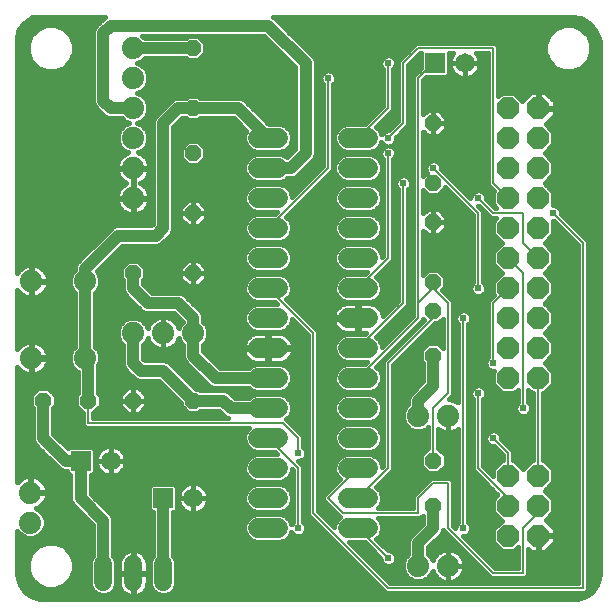
<source format=gbl>
G75*
G70*
%OFA0B0*%
%FSLAX24Y24*%
%IPPOS*%
%LPD*%
%AMOC8*
5,1,8,0,0,1.08239X$1,22.5*
%
%ADD10C,0.0650*%
%ADD11OC8,0.0560*%
%ADD12C,0.0740*%
%ADD13OC8,0.0520*%
%ADD14C,0.0650*%
%ADD15R,0.0650X0.0650*%
%ADD16C,0.0600*%
%ADD17OC8,0.0740*%
%ADD18C,0.0400*%
%ADD19C,0.0160*%
%ADD20C,0.0238*%
%ADD21C,0.0060*%
D10*
X008355Y003000D02*
X009005Y003000D01*
X009005Y004000D02*
X008355Y004000D01*
X008355Y005000D02*
X009005Y005000D01*
X009005Y006000D02*
X008355Y006000D01*
X008355Y007000D02*
X009005Y007000D01*
X009005Y008000D02*
X008355Y008000D01*
X008355Y009000D02*
X009005Y009000D01*
X009005Y010000D02*
X008355Y010000D01*
X008355Y011000D02*
X009005Y011000D01*
X009005Y012000D02*
X008355Y012000D01*
X008355Y013000D02*
X009005Y013000D01*
X009005Y014000D02*
X008355Y014000D01*
X008355Y015000D02*
X009005Y015000D01*
X009005Y016000D02*
X008355Y016000D01*
X011355Y016000D02*
X012005Y016000D01*
X012005Y015000D02*
X011355Y015000D01*
X011355Y014000D02*
X012005Y014000D01*
X012005Y013000D02*
X011355Y013000D01*
X011355Y012000D02*
X012005Y012000D01*
X012005Y011000D02*
X011355Y011000D01*
X011355Y010000D02*
X012005Y010000D01*
X012005Y009000D02*
X011355Y009000D01*
X011355Y008000D02*
X012005Y008000D01*
X012005Y007000D02*
X011355Y007000D01*
X011355Y006000D02*
X012005Y006000D01*
X012005Y005000D02*
X011355Y005000D01*
X011355Y004000D02*
X012005Y004000D01*
X012005Y003000D02*
X011355Y003000D01*
D11*
X014180Y003750D03*
X014180Y005250D03*
X014180Y008750D03*
X014180Y010250D03*
X002680Y007250D03*
X001180Y007250D03*
D12*
X000790Y008670D03*
X002570Y008670D03*
X004180Y009500D03*
X005180Y009500D03*
X006180Y009500D03*
X002570Y011230D03*
X000790Y011230D03*
X004180Y014000D03*
X004180Y015000D03*
X004180Y016000D03*
X004180Y017000D03*
X004180Y018000D03*
X004180Y019000D03*
X013680Y006750D03*
X014680Y006750D03*
X014680Y001750D03*
X013680Y001750D03*
X000756Y003186D03*
X000756Y004186D03*
D13*
X004180Y007250D03*
X006180Y007250D03*
X006180Y011500D03*
X006180Y013500D03*
X006180Y015500D03*
X006180Y017000D03*
X006180Y019000D03*
X004180Y011500D03*
X014180Y011200D03*
X014180Y013200D03*
X014180Y014500D03*
X014180Y016500D03*
D14*
X015230Y018500D03*
X003430Y005250D03*
X006180Y004000D03*
D15*
X005180Y004000D03*
X002430Y005250D03*
X014230Y018500D03*
D16*
X005180Y001800D02*
X005180Y001200D01*
X004180Y001200D02*
X004180Y001800D01*
X003180Y001800D02*
X003180Y001200D01*
D17*
X016680Y002750D03*
X016680Y003750D03*
X016680Y004750D03*
X017680Y004750D03*
X017680Y003750D03*
X017680Y002750D03*
X017680Y008000D03*
X017680Y009000D03*
X017680Y010000D03*
X017680Y011000D03*
X017680Y012000D03*
X017680Y013000D03*
X017680Y014000D03*
X017680Y015000D03*
X017680Y016000D03*
X017680Y017000D03*
X016680Y017000D03*
X016680Y016000D03*
X016680Y015000D03*
X016680Y014000D03*
X016680Y013000D03*
X016680Y012000D03*
X016680Y011000D03*
X016680Y010000D03*
X016680Y009000D03*
X016680Y008000D03*
D18*
X014180Y007750D02*
X014180Y008750D01*
X014180Y007750D02*
X013680Y007250D01*
X013680Y006750D01*
X014180Y003750D02*
X014180Y003000D01*
X013680Y002500D01*
X013680Y001750D01*
X008680Y007000D02*
X007430Y007000D01*
X007180Y007250D01*
X006180Y007250D01*
X005180Y008250D01*
X004430Y008250D01*
X004180Y008500D01*
X004180Y009500D01*
X004680Y010500D02*
X004180Y011000D01*
X004180Y011500D01*
X004680Y010500D02*
X005680Y010500D01*
X006180Y010000D01*
X006180Y009500D01*
X006180Y008750D01*
X006930Y008000D01*
X008680Y008000D01*
X005180Y004000D02*
X005180Y001500D01*
X003180Y001500D02*
X003180Y003250D01*
X002430Y004000D01*
X002430Y005250D01*
X001930Y005250D01*
X001180Y006000D01*
X001180Y007250D01*
X002570Y008670D02*
X002570Y011230D01*
X002570Y011640D01*
X003680Y012750D01*
X004930Y012750D01*
X005180Y013000D01*
X005180Y016500D01*
X005680Y017000D01*
X006180Y017000D01*
X007680Y017000D01*
X008680Y016000D01*
X008680Y015000D02*
X009430Y015000D01*
X009930Y015500D01*
X009930Y018500D01*
X008680Y019750D01*
X003430Y019750D01*
X003180Y019500D01*
X003180Y017250D01*
X003430Y017000D01*
X004180Y017000D01*
X004180Y019000D02*
X006180Y019000D01*
X002570Y008670D02*
X002680Y008560D01*
X002680Y007250D01*
D19*
X000567Y000887D02*
X000781Y000732D01*
X001032Y000650D01*
X001164Y000640D01*
X018881Y000640D01*
X019013Y000650D01*
X019264Y000732D01*
X019478Y000887D01*
X019633Y001101D01*
X019715Y001352D01*
X019725Y001484D01*
X019725Y019190D01*
X019697Y019336D01*
X019571Y019614D01*
X019364Y019839D01*
X019099Y019990D01*
X018800Y020051D01*
X018691Y020047D01*
X018689Y020045D01*
X018639Y020045D01*
X018589Y020039D01*
X018582Y020045D01*
X008856Y020045D01*
X008873Y020038D01*
X008968Y019943D01*
X010218Y018693D01*
X010270Y018568D01*
X010270Y015432D01*
X010218Y015307D01*
X010123Y015212D01*
X009623Y014712D01*
X009498Y014660D01*
X009322Y014660D01*
X009268Y014606D01*
X009097Y014535D01*
X008263Y014535D01*
X008092Y014606D01*
X007961Y014737D01*
X007890Y014908D01*
X007890Y015092D01*
X007961Y015263D01*
X008092Y015394D01*
X008263Y015465D01*
X009097Y015465D01*
X009268Y015394D01*
X009306Y015356D01*
X009590Y015641D01*
X009590Y018359D01*
X008539Y019410D01*
X004491Y019410D01*
X004561Y019340D01*
X005954Y019340D01*
X006014Y019400D01*
X006346Y019400D01*
X006580Y019166D01*
X006580Y018834D01*
X006346Y018600D01*
X006014Y018600D01*
X005954Y018660D01*
X004561Y018660D01*
X004469Y018568D01*
X004306Y018500D01*
X004469Y018432D01*
X004612Y018289D01*
X004690Y018101D01*
X004690Y017899D01*
X004612Y017711D01*
X004469Y017568D01*
X004306Y017500D01*
X004469Y017432D01*
X004612Y017289D01*
X004690Y017101D01*
X004690Y016899D01*
X004612Y016711D01*
X004469Y016568D01*
X004306Y016500D01*
X004469Y016432D01*
X004612Y016289D01*
X004690Y016101D01*
X004690Y015899D01*
X004612Y015711D01*
X004469Y015568D01*
X004356Y015521D01*
X004391Y015510D01*
X004468Y015470D01*
X004538Y015420D01*
X004600Y015358D01*
X004650Y015288D01*
X004690Y015211D01*
X004716Y015129D01*
X004730Y015043D01*
X004730Y015020D01*
X004200Y015020D01*
X004200Y014980D01*
X004730Y014980D01*
X004730Y014957D01*
X004716Y014871D01*
X004690Y014789D01*
X004650Y014712D01*
X004600Y014642D01*
X004538Y014580D01*
X004468Y014530D01*
X004410Y014500D01*
X004468Y014470D01*
X004538Y014420D01*
X004600Y014358D01*
X004650Y014288D01*
X004690Y014211D01*
X004716Y014129D01*
X004730Y014043D01*
X004730Y014020D01*
X004200Y014020D01*
X004200Y013980D01*
X004730Y013980D01*
X004730Y013957D01*
X004716Y013871D01*
X004690Y013789D01*
X004650Y013712D01*
X004600Y013642D01*
X004538Y013580D01*
X004468Y013530D01*
X004391Y013490D01*
X004309Y013464D01*
X004223Y013450D01*
X004200Y013450D01*
X004200Y013980D01*
X004160Y013980D01*
X003630Y013980D01*
X003630Y013957D01*
X003644Y013871D01*
X003670Y013789D01*
X003710Y013712D01*
X003760Y013642D01*
X003822Y013580D01*
X003892Y013530D01*
X003969Y013490D01*
X004051Y013464D01*
X004137Y013450D01*
X004160Y013450D01*
X004160Y013980D01*
X004160Y014020D01*
X004160Y014550D01*
X004160Y014980D01*
X003630Y014980D01*
X003630Y014957D01*
X003644Y014871D01*
X003670Y014789D01*
X003710Y014712D01*
X003760Y014642D01*
X003822Y014580D01*
X003892Y014530D01*
X003950Y014500D01*
X003892Y014470D01*
X003822Y014420D01*
X003760Y014358D01*
X003710Y014288D01*
X003670Y014211D01*
X003644Y014129D01*
X003630Y014043D01*
X003630Y014020D01*
X004160Y014020D01*
X004200Y014020D01*
X004200Y014980D01*
X004160Y014980D01*
X004160Y015020D01*
X003630Y015020D01*
X003630Y015043D01*
X003644Y015129D01*
X003670Y015211D01*
X003710Y015288D01*
X003760Y015358D01*
X003822Y015420D01*
X003892Y015470D01*
X003969Y015510D01*
X004004Y015521D01*
X003891Y015568D01*
X003748Y015711D01*
X003670Y015899D01*
X003670Y016101D01*
X003748Y016289D01*
X003891Y016432D01*
X004054Y016500D01*
X003891Y016568D01*
X003799Y016660D01*
X003362Y016660D01*
X003237Y016712D01*
X003142Y016807D01*
X003142Y016807D01*
X002987Y016962D01*
X002987Y016962D01*
X002892Y017057D01*
X002840Y017182D01*
X002840Y019568D01*
X002892Y019693D01*
X002987Y019788D01*
X003237Y020038D01*
X003254Y020045D01*
X000928Y020045D01*
X000823Y020021D01*
X000760Y019990D01*
X000645Y019914D01*
X000511Y019794D01*
X000409Y019674D01*
X000349Y019560D01*
X000311Y019335D01*
X000316Y019263D01*
X000320Y019259D01*
X000320Y019211D01*
X000327Y019164D01*
X000320Y019154D01*
X000320Y011519D01*
X000370Y011588D01*
X000432Y011650D01*
X000502Y011700D01*
X000579Y011740D01*
X000661Y011766D01*
X000747Y011780D01*
X000770Y011780D01*
X000770Y011250D01*
X000810Y011250D01*
X000810Y011780D01*
X000833Y011780D01*
X000919Y011766D01*
X001001Y011740D01*
X001078Y011700D01*
X001148Y011650D01*
X001210Y011588D01*
X001260Y011518D01*
X001300Y011441D01*
X001326Y011359D01*
X001340Y011273D01*
X001340Y011250D01*
X000810Y011250D01*
X000810Y011210D01*
X001340Y011210D01*
X001340Y011187D01*
X001326Y011101D01*
X001300Y011019D01*
X001260Y010942D01*
X001210Y010872D01*
X001148Y010810D01*
X001078Y010760D01*
X001001Y010720D01*
X000919Y010694D01*
X000833Y010680D01*
X000810Y010680D01*
X000810Y011210D01*
X000770Y011210D01*
X000770Y010680D01*
X000747Y010680D01*
X000661Y010694D01*
X000579Y010720D01*
X000502Y010760D01*
X000432Y010810D01*
X000370Y010872D01*
X000320Y010941D01*
X000320Y008959D01*
X000370Y009028D01*
X000432Y009090D01*
X000502Y009140D01*
X000579Y009180D01*
X000661Y009206D01*
X000747Y009220D01*
X000770Y009220D01*
X000770Y008690D01*
X000810Y008690D01*
X000810Y009220D01*
X000833Y009220D01*
X000919Y009206D01*
X001001Y009180D01*
X001078Y009140D01*
X001148Y009090D01*
X001210Y009028D01*
X001260Y008958D01*
X001300Y008881D01*
X001326Y008799D01*
X001340Y008713D01*
X001340Y008690D01*
X000810Y008690D01*
X000810Y008650D01*
X001340Y008650D01*
X001340Y008627D01*
X001326Y008541D01*
X001300Y008459D01*
X001260Y008382D01*
X001210Y008312D01*
X001148Y008250D01*
X001078Y008200D01*
X001001Y008160D01*
X000919Y008134D01*
X000833Y008120D01*
X000810Y008120D01*
X000810Y008650D01*
X000770Y008650D01*
X000770Y008120D01*
X000747Y008120D01*
X000661Y008134D01*
X000579Y008160D01*
X000502Y008200D01*
X000432Y008250D01*
X000370Y008312D01*
X000320Y008381D01*
X000320Y004522D01*
X000336Y004544D01*
X000398Y004606D01*
X000468Y004656D01*
X000545Y004696D01*
X000627Y004723D01*
X000713Y004736D01*
X000736Y004736D01*
X000736Y004206D01*
X000776Y004206D01*
X001306Y004206D01*
X001306Y004229D01*
X001292Y004315D01*
X001266Y004397D01*
X001226Y004474D01*
X001175Y004544D01*
X001114Y004606D01*
X001044Y004656D01*
X000967Y004696D01*
X000885Y004723D01*
X000799Y004736D01*
X000776Y004736D01*
X000776Y004206D01*
X000776Y004166D01*
X001306Y004166D01*
X001306Y004143D01*
X001292Y004057D01*
X001266Y003975D01*
X001226Y003898D01*
X001175Y003828D01*
X001114Y003767D01*
X001044Y003716D01*
X000967Y003676D01*
X000932Y003665D01*
X001045Y003618D01*
X001188Y003475D01*
X001266Y003288D01*
X001266Y003085D01*
X001188Y002897D01*
X001045Y002754D01*
X000857Y002676D01*
X000655Y002676D01*
X000467Y002754D01*
X000324Y002897D01*
X000320Y002906D01*
X000320Y001484D01*
X000330Y001352D01*
X000412Y001101D01*
X000567Y000887D01*
X000503Y000976D02*
X002797Y000976D01*
X002807Y000951D02*
X002931Y000827D01*
X003092Y000760D01*
X003268Y000760D01*
X003429Y000827D01*
X003553Y000951D01*
X003620Y001112D01*
X003620Y001888D01*
X003553Y002049D01*
X003520Y002082D01*
X003520Y003318D01*
X003468Y003443D01*
X002770Y004141D01*
X002770Y004785D01*
X002813Y004785D01*
X002895Y004867D01*
X002895Y005633D01*
X002813Y005715D01*
X002047Y005715D01*
X001996Y005664D01*
X001520Y006141D01*
X001520Y006996D01*
X001600Y007076D01*
X001600Y007424D01*
X001354Y007670D01*
X001006Y007670D01*
X000760Y007424D01*
X000760Y007076D01*
X000840Y006996D01*
X000840Y005932D01*
X000892Y005807D01*
X000987Y005712D01*
X001737Y004962D01*
X001862Y004910D01*
X001965Y004910D01*
X001965Y004867D01*
X002047Y004785D01*
X002090Y004785D01*
X002090Y003932D01*
X002142Y003807D01*
X002237Y003712D01*
X002840Y003109D01*
X002840Y002082D01*
X002807Y002049D01*
X002740Y001888D01*
X002740Y001112D01*
X002807Y000951D01*
X002740Y001134D02*
X001903Y001134D01*
X001866Y001097D02*
X002083Y001314D01*
X002200Y001597D01*
X002200Y001903D01*
X002083Y002186D01*
X001866Y002403D01*
X001583Y002520D01*
X001277Y002520D01*
X000994Y002403D01*
X000777Y002186D01*
X000660Y001903D01*
X000660Y001597D01*
X000777Y001314D01*
X000994Y001097D01*
X001277Y000980D01*
X001583Y000980D01*
X001866Y001097D01*
X002061Y001293D02*
X002740Y001293D01*
X002740Y001451D02*
X002140Y001451D01*
X002200Y001610D02*
X002740Y001610D01*
X002740Y001768D02*
X002200Y001768D01*
X002190Y001927D02*
X002756Y001927D01*
X002840Y002085D02*
X002125Y002085D01*
X002025Y002244D02*
X002840Y002244D01*
X002840Y002402D02*
X001867Y002402D01*
X001246Y003036D02*
X002840Y003036D01*
X002840Y002878D02*
X001169Y002878D01*
X000961Y002719D02*
X002840Y002719D01*
X002840Y002561D02*
X000320Y002561D01*
X000320Y002719D02*
X000551Y002719D01*
X000343Y002878D02*
X000320Y002878D01*
X000320Y002402D02*
X000993Y002402D01*
X000835Y002244D02*
X000320Y002244D01*
X000320Y002085D02*
X000735Y002085D01*
X000670Y001927D02*
X000320Y001927D01*
X000320Y001768D02*
X000660Y001768D01*
X000660Y001610D02*
X000320Y001610D01*
X000323Y001451D02*
X000720Y001451D01*
X000799Y001293D02*
X000350Y001293D01*
X000401Y001134D02*
X000957Y001134D01*
X000664Y000817D02*
X002955Y000817D01*
X003405Y000817D02*
X003891Y000817D01*
X003867Y000834D02*
X003928Y000789D01*
X003996Y000755D01*
X004068Y000732D01*
X004142Y000720D01*
X004160Y000720D01*
X004160Y001480D01*
X003700Y001480D01*
X003700Y001162D01*
X003712Y001088D01*
X003735Y001016D01*
X003769Y000948D01*
X003814Y000887D01*
X003867Y000834D01*
X003756Y000976D02*
X003563Y000976D01*
X003620Y001134D02*
X003704Y001134D01*
X003700Y001293D02*
X003620Y001293D01*
X003620Y001451D02*
X003700Y001451D01*
X003700Y001520D02*
X004160Y001520D01*
X004160Y002280D01*
X004142Y002280D01*
X004068Y002268D01*
X003996Y002245D01*
X003928Y002211D01*
X003867Y002166D01*
X003814Y002113D01*
X003769Y002052D01*
X003735Y001984D01*
X003712Y001912D01*
X003700Y001838D01*
X003700Y001520D01*
X003700Y001610D02*
X003620Y001610D01*
X003620Y001768D02*
X003700Y001768D01*
X003716Y001927D02*
X003604Y001927D01*
X003520Y002085D02*
X003794Y002085D01*
X003993Y002244D02*
X003520Y002244D01*
X003520Y002402D02*
X004840Y002402D01*
X004840Y002244D02*
X004367Y002244D01*
X004364Y002245D02*
X004292Y002268D01*
X004218Y002280D01*
X004200Y002280D01*
X004200Y001520D01*
X004160Y001520D01*
X004160Y001480D01*
X004200Y001480D01*
X004200Y001520D01*
X004660Y001520D01*
X004660Y001838D01*
X004648Y001912D01*
X004625Y001984D01*
X004591Y002052D01*
X004546Y002113D01*
X004493Y002166D01*
X004432Y002211D01*
X004364Y002245D01*
X004200Y002244D02*
X004160Y002244D01*
X004160Y002085D02*
X004200Y002085D01*
X004200Y001927D02*
X004160Y001927D01*
X004160Y001768D02*
X004200Y001768D01*
X004200Y001610D02*
X004160Y001610D01*
X004200Y001480D02*
X004660Y001480D01*
X004660Y001162D01*
X004648Y001088D01*
X004625Y001016D01*
X004591Y000948D01*
X004546Y000887D01*
X004493Y000834D01*
X004432Y000789D01*
X004364Y000755D01*
X004292Y000732D01*
X004218Y000720D01*
X004200Y000720D01*
X004200Y001480D01*
X004200Y001451D02*
X004160Y001451D01*
X004160Y001293D02*
X004200Y001293D01*
X004200Y001134D02*
X004160Y001134D01*
X004160Y000976D02*
X004200Y000976D01*
X004200Y000817D02*
X004160Y000817D01*
X004469Y000817D02*
X004955Y000817D01*
X004931Y000827D02*
X005092Y000760D01*
X005268Y000760D01*
X005429Y000827D01*
X005553Y000951D01*
X005620Y001112D01*
X005620Y001888D01*
X005553Y002049D01*
X005520Y002082D01*
X005520Y003535D01*
X005563Y003535D01*
X005645Y003617D01*
X005645Y004383D01*
X005563Y004465D01*
X004797Y004465D01*
X004715Y004383D01*
X004715Y003617D01*
X004797Y003535D01*
X004840Y003535D01*
X004840Y002082D01*
X004807Y002049D01*
X004740Y001888D01*
X004740Y001112D01*
X004807Y000951D01*
X004931Y000827D01*
X004797Y000976D02*
X004604Y000976D01*
X004656Y001134D02*
X004740Y001134D01*
X004740Y001293D02*
X004660Y001293D01*
X004660Y001451D02*
X004740Y001451D01*
X004740Y001610D02*
X004660Y001610D01*
X004660Y001768D02*
X004740Y001768D01*
X004756Y001927D02*
X004644Y001927D01*
X004566Y002085D02*
X004840Y002085D01*
X004840Y002561D02*
X003520Y002561D01*
X003520Y002719D02*
X004840Y002719D01*
X004840Y002878D02*
X003520Y002878D01*
X003520Y003036D02*
X004840Y003036D01*
X004840Y003195D02*
X003520Y003195D01*
X003505Y003353D02*
X004840Y003353D01*
X004840Y003512D02*
X003399Y003512D01*
X003241Y003670D02*
X004715Y003670D01*
X004715Y003829D02*
X003082Y003829D01*
X002924Y003987D02*
X004715Y003987D01*
X004715Y004146D02*
X002770Y004146D01*
X002770Y004304D02*
X004715Y004304D01*
X004795Y004463D02*
X002770Y004463D01*
X002770Y004621D02*
X008077Y004621D01*
X008092Y004606D02*
X008263Y004535D01*
X009097Y004535D01*
X009268Y004606D01*
X009399Y004737D01*
X009470Y004908D01*
X009470Y004970D01*
X009510Y004930D01*
X009510Y003196D01*
X009460Y003147D01*
X009454Y003131D01*
X009399Y003263D01*
X009268Y003394D01*
X009097Y003465D01*
X008263Y003465D01*
X008092Y003394D01*
X007961Y003263D01*
X007890Y003092D01*
X007890Y002908D01*
X007961Y002737D01*
X008092Y002606D01*
X008263Y002535D01*
X009097Y002535D01*
X009268Y002606D01*
X009399Y002737D01*
X009454Y002869D01*
X009460Y002853D01*
X009533Y002780D01*
X009628Y002741D01*
X009732Y002741D01*
X009827Y002780D01*
X009900Y002853D01*
X009939Y002948D01*
X009939Y003052D01*
X009900Y003147D01*
X009850Y003196D01*
X009850Y005070D01*
X009750Y005170D01*
X009679Y005241D01*
X009732Y005241D01*
X009827Y005280D01*
X009900Y005353D01*
X009939Y005448D01*
X009939Y005552D01*
X009900Y005647D01*
X009850Y005696D01*
X009850Y006070D01*
X009350Y006570D01*
X009291Y006629D01*
X009399Y006737D01*
X009470Y006908D01*
X009470Y007092D01*
X009399Y007263D01*
X009268Y007394D01*
X009097Y007465D01*
X008263Y007465D01*
X008092Y007394D01*
X008038Y007340D01*
X007571Y007340D01*
X007468Y007443D01*
X007373Y007538D01*
X007248Y007590D01*
X006406Y007590D01*
X006346Y007650D01*
X006261Y007650D01*
X005468Y008443D01*
X005373Y008538D01*
X005248Y008590D01*
X004571Y008590D01*
X004520Y008641D01*
X004520Y009119D01*
X004612Y009211D01*
X004659Y009324D01*
X004670Y009289D01*
X004710Y009212D01*
X004760Y009142D01*
X004822Y009080D01*
X004892Y009030D01*
X004969Y008990D01*
X005051Y008964D01*
X005137Y008950D01*
X005180Y008950D01*
X005223Y008950D01*
X005309Y008964D01*
X005391Y008990D01*
X005468Y009030D01*
X005538Y009080D01*
X005600Y009142D01*
X005650Y009212D01*
X005690Y009289D01*
X005701Y009324D01*
X005748Y009211D01*
X005840Y009119D01*
X005840Y008682D01*
X005892Y008557D01*
X005987Y008462D01*
X006737Y007712D01*
X006862Y007660D01*
X008038Y007660D01*
X008092Y007606D01*
X008263Y007535D01*
X009097Y007535D01*
X009268Y007606D01*
X009399Y007737D01*
X009470Y007908D01*
X009470Y008092D01*
X009399Y008263D01*
X009268Y008394D01*
X009097Y008465D01*
X008263Y008465D01*
X008092Y008394D01*
X008038Y008340D01*
X007071Y008340D01*
X006520Y008891D01*
X006520Y009119D01*
X006612Y009211D01*
X006690Y009399D01*
X006690Y009601D01*
X006612Y009789D01*
X006520Y009881D01*
X006520Y010068D01*
X006468Y010193D01*
X005968Y010693D01*
X005873Y010788D01*
X005748Y010840D01*
X004821Y010840D01*
X004520Y011141D01*
X004520Y011274D01*
X004580Y011334D01*
X004580Y011666D01*
X004346Y011900D01*
X004014Y011900D01*
X003780Y011666D01*
X003780Y011334D01*
X003840Y011274D01*
X003840Y010932D01*
X003892Y010807D01*
X003987Y010712D01*
X004487Y010212D01*
X004612Y010160D01*
X005539Y010160D01*
X005829Y009870D01*
X005748Y009789D01*
X005701Y009676D01*
X005690Y009711D01*
X005650Y009788D01*
X005600Y009858D01*
X005538Y009920D01*
X005468Y009970D01*
X005391Y010010D01*
X005309Y010036D01*
X005223Y010050D01*
X005180Y010050D01*
X005180Y009500D01*
X005180Y009500D01*
X005180Y010050D01*
X005137Y010050D01*
X005051Y010036D01*
X004969Y010010D01*
X004892Y009970D01*
X004822Y009920D01*
X004760Y009858D01*
X004710Y009788D01*
X004670Y009711D01*
X004659Y009676D01*
X004612Y009789D01*
X004469Y009932D01*
X004281Y010010D01*
X004079Y010010D01*
X003891Y009932D01*
X003748Y009789D01*
X003670Y009601D01*
X003670Y009399D01*
X003748Y009211D01*
X003840Y009119D01*
X003840Y008432D01*
X003892Y008307D01*
X003987Y008212D01*
X004237Y007962D01*
X004362Y007910D01*
X005039Y007910D01*
X005780Y007169D01*
X005780Y007084D01*
X006014Y006850D01*
X006346Y006850D01*
X006406Y006910D01*
X007039Y006910D01*
X007237Y006712D01*
X007338Y006670D01*
X002850Y006670D01*
X002850Y006830D01*
X002854Y006830D01*
X003100Y007076D01*
X003100Y007424D01*
X003020Y007504D01*
X003020Y008424D01*
X003080Y008569D01*
X003080Y008771D01*
X003002Y008959D01*
X002910Y009051D01*
X002910Y010849D01*
X003002Y010941D01*
X003080Y011129D01*
X003080Y011331D01*
X003002Y011519D01*
X002966Y011555D01*
X003821Y012410D01*
X004998Y012410D01*
X005123Y012462D01*
X005373Y012712D01*
X005468Y012807D01*
X005520Y012932D01*
X005520Y016359D01*
X005821Y016660D01*
X005954Y016660D01*
X006014Y016600D01*
X006346Y016600D01*
X006406Y016660D01*
X007539Y016660D01*
X007954Y016245D01*
X007890Y016092D01*
X007890Y015908D01*
X007961Y015737D01*
X008092Y015606D01*
X008263Y015535D01*
X009097Y015535D01*
X009268Y015606D01*
X009399Y015737D01*
X009470Y015908D01*
X009470Y016092D01*
X009399Y016263D01*
X009268Y016394D01*
X009097Y016465D01*
X008696Y016465D01*
X007873Y017288D01*
X007748Y017340D01*
X006406Y017340D01*
X006346Y017400D01*
X006014Y017400D01*
X005954Y017340D01*
X005612Y017340D01*
X005487Y017288D01*
X005392Y017193D01*
X004892Y016693D01*
X004840Y016568D01*
X004840Y013141D01*
X004789Y013090D01*
X003612Y013090D01*
X003487Y013038D01*
X003392Y012943D01*
X002282Y011833D01*
X002230Y011708D01*
X002230Y011611D01*
X002138Y011519D01*
X002060Y011331D01*
X002060Y011129D01*
X002138Y010941D01*
X002230Y010849D01*
X002230Y009051D01*
X002138Y008959D01*
X002060Y008771D01*
X002060Y008569D01*
X002138Y008381D01*
X002281Y008238D01*
X002340Y008213D01*
X002340Y007504D01*
X002260Y007424D01*
X002260Y007076D01*
X002506Y006830D01*
X002510Y006830D01*
X002510Y006430D01*
X002610Y006330D01*
X008028Y006330D01*
X007961Y006263D01*
X007890Y006092D01*
X007890Y005908D01*
X007961Y005737D01*
X008092Y005606D01*
X008263Y005535D01*
X008904Y005535D01*
X008975Y005465D01*
X008263Y005465D01*
X008092Y005394D01*
X007961Y005263D01*
X007890Y005092D01*
X007890Y004908D01*
X007961Y004737D01*
X008092Y004606D01*
X008092Y004394D02*
X007961Y004263D01*
X007890Y004092D01*
X007890Y003908D01*
X007961Y003737D01*
X008092Y003606D01*
X008263Y003535D01*
X009097Y003535D01*
X009268Y003606D01*
X009399Y003737D01*
X009470Y003908D01*
X009470Y004092D01*
X009399Y004263D01*
X009268Y004394D01*
X009097Y004465D01*
X008263Y004465D01*
X008092Y004394D01*
X008002Y004304D02*
X006583Y004304D01*
X006565Y004329D02*
X006509Y004385D01*
X006445Y004432D01*
X006374Y004468D01*
X006298Y004493D01*
X006220Y004505D01*
X006180Y004505D01*
X006180Y004000D01*
X006685Y004000D01*
X006685Y004040D01*
X006673Y004118D01*
X006648Y004194D01*
X006612Y004265D01*
X006565Y004329D01*
X006664Y004146D02*
X007912Y004146D01*
X007890Y003987D02*
X006685Y003987D01*
X006685Y004000D02*
X006180Y004000D01*
X006180Y004000D01*
X006180Y004000D01*
X006180Y003495D01*
X006220Y003495D01*
X006298Y003507D01*
X006374Y003532D01*
X006445Y003568D01*
X006509Y003615D01*
X006565Y003671D01*
X006612Y003735D01*
X006648Y003806D01*
X006673Y003882D01*
X006685Y003960D01*
X006685Y004000D01*
X006655Y003829D02*
X007923Y003829D01*
X008028Y003670D02*
X006564Y003670D01*
X006311Y003512D02*
X009510Y003512D01*
X009510Y003670D02*
X009332Y003670D01*
X009437Y003829D02*
X009510Y003829D01*
X009510Y003987D02*
X009470Y003987D01*
X009448Y004146D02*
X009510Y004146D01*
X009510Y004304D02*
X009358Y004304D01*
X009510Y004463D02*
X009103Y004463D01*
X009283Y004621D02*
X009510Y004621D01*
X009510Y004780D02*
X009417Y004780D01*
X009470Y004938D02*
X009502Y004938D01*
X009824Y005097D02*
X010010Y005097D01*
X010010Y005255D02*
X009765Y005255D01*
X009925Y005414D02*
X010010Y005414D01*
X010010Y005572D02*
X009931Y005572D01*
X010010Y005731D02*
X009850Y005731D01*
X009850Y005889D02*
X010010Y005889D01*
X010010Y006048D02*
X009850Y006048D01*
X009714Y006206D02*
X010010Y006206D01*
X010010Y006365D02*
X009556Y006365D01*
X009397Y006523D02*
X010010Y006523D01*
X010010Y006682D02*
X009344Y006682D01*
X009442Y006840D02*
X010010Y006840D01*
X010010Y006999D02*
X009470Y006999D01*
X009443Y007157D02*
X010010Y007157D01*
X010010Y007316D02*
X009347Y007316D01*
X009295Y007633D02*
X010010Y007633D01*
X010010Y007791D02*
X009421Y007791D01*
X009470Y007950D02*
X010010Y007950D01*
X010010Y008108D02*
X009463Y008108D01*
X009396Y008267D02*
X010010Y008267D01*
X010010Y008425D02*
X009193Y008425D01*
X009199Y008532D02*
X009269Y008568D01*
X009334Y008615D01*
X009390Y008671D01*
X009437Y008735D01*
X009473Y008806D01*
X009497Y008882D01*
X009510Y008960D01*
X009510Y008972D01*
X008708Y008972D01*
X008708Y008495D01*
X009045Y008495D01*
X009123Y008508D01*
X009199Y008532D01*
X009290Y008584D02*
X010010Y008584D01*
X010010Y008742D02*
X009440Y008742D01*
X009500Y008901D02*
X010010Y008901D01*
X010010Y009059D02*
X009507Y009059D01*
X009510Y009040D02*
X009497Y009118D01*
X009473Y009194D01*
X009437Y009265D01*
X009390Y009329D01*
X009334Y009385D01*
X009269Y009432D01*
X009199Y009468D01*
X009123Y009492D01*
X009045Y009505D01*
X008708Y009505D01*
X008708Y009028D01*
X008652Y009028D01*
X008652Y008972D01*
X008708Y008972D01*
X008708Y009028D01*
X009510Y009028D01*
X009510Y009040D01*
X009461Y009218D02*
X010010Y009218D01*
X010010Y009376D02*
X009343Y009376D01*
X009268Y009606D02*
X009399Y009737D01*
X009470Y009908D01*
X009470Y009970D01*
X010010Y009430D01*
X010010Y003430D01*
X012510Y000930D01*
X012610Y000830D01*
X019250Y000830D01*
X019350Y000930D01*
X019350Y012570D01*
X018439Y013481D01*
X018439Y013552D01*
X018400Y013647D01*
X018327Y013720D01*
X018232Y013759D01*
X018160Y013759D01*
X018190Y013789D01*
X018190Y014211D01*
X017901Y014500D01*
X018190Y014789D01*
X018190Y015211D01*
X017901Y015500D01*
X018190Y015789D01*
X018190Y016211D01*
X017930Y016472D01*
X018230Y016772D01*
X018230Y016980D01*
X017700Y016980D01*
X017700Y017020D01*
X017660Y017020D01*
X017660Y017550D01*
X017452Y017550D01*
X017152Y017250D01*
X016891Y017510D01*
X016469Y017510D01*
X016350Y017391D01*
X016350Y019070D01*
X016250Y019170D01*
X013610Y019170D01*
X013510Y019070D01*
X013010Y018570D01*
X013010Y016570D01*
X012699Y016259D01*
X012628Y016259D01*
X012533Y016220D01*
X012460Y016147D01*
X012454Y016131D01*
X012399Y016263D01*
X012291Y016371D01*
X012750Y016830D01*
X012850Y016930D01*
X012850Y018304D01*
X012900Y018353D01*
X012939Y018448D01*
X012939Y018552D01*
X012900Y018647D01*
X012827Y018720D01*
X012732Y018759D01*
X012628Y018759D01*
X012533Y018720D01*
X012460Y018647D01*
X012421Y018552D01*
X012421Y018448D01*
X012460Y018353D01*
X012510Y018304D01*
X012510Y017070D01*
X011904Y016465D01*
X011263Y016465D01*
X011092Y016394D01*
X010961Y016263D01*
X010890Y016092D01*
X010890Y015908D01*
X010961Y015737D01*
X011092Y015606D01*
X011263Y015535D01*
X012097Y015535D01*
X012268Y015606D01*
X012399Y015737D01*
X012454Y015869D01*
X012460Y015853D01*
X012533Y015780D01*
X012607Y015750D01*
X012533Y015720D01*
X012460Y015647D01*
X012421Y015552D01*
X012421Y015448D01*
X012460Y015353D01*
X012510Y015304D01*
X012510Y012070D01*
X012470Y012030D01*
X012470Y012092D01*
X012399Y012263D01*
X012268Y012394D01*
X012097Y012465D01*
X011263Y012465D01*
X011092Y012394D01*
X010961Y012263D01*
X010890Y012092D01*
X010890Y011908D01*
X010961Y011737D01*
X011092Y011606D01*
X011263Y011535D01*
X011975Y011535D01*
X011904Y011465D01*
X011263Y011465D01*
X011092Y011394D01*
X010961Y011263D01*
X010890Y011092D01*
X010890Y010908D01*
X010961Y010737D01*
X011092Y010606D01*
X011263Y010535D01*
X012097Y010535D01*
X012268Y010606D01*
X012399Y010737D01*
X012470Y010908D01*
X012470Y011092D01*
X012399Y011263D01*
X012291Y011371D01*
X012750Y011830D01*
X012850Y011930D01*
X012850Y015304D01*
X012900Y015353D01*
X012939Y015448D01*
X012939Y015552D01*
X012900Y015647D01*
X012827Y015720D01*
X012753Y015750D01*
X012827Y015780D01*
X012900Y015853D01*
X012939Y015948D01*
X012939Y016019D01*
X013250Y016330D01*
X013350Y016430D01*
X013350Y018430D01*
X013750Y018830D01*
X013765Y018830D01*
X013765Y018325D01*
X013610Y018170D01*
X013510Y018070D01*
X013510Y010070D01*
X012470Y009030D01*
X012470Y009092D01*
X012399Y009263D01*
X012291Y009371D01*
X013350Y010430D01*
X013350Y014304D01*
X013400Y014353D01*
X013439Y014448D01*
X013510Y014448D01*
X013439Y014448D02*
X013439Y014552D01*
X013400Y014647D01*
X013327Y014720D01*
X013232Y014759D01*
X013128Y014759D01*
X013033Y014720D01*
X012960Y014647D01*
X012921Y014552D01*
X012921Y014448D01*
X012850Y014448D01*
X012921Y014448D02*
X012960Y014353D01*
X013010Y014304D01*
X013010Y010570D01*
X012505Y010066D01*
X012497Y010118D01*
X012473Y010194D01*
X012437Y010265D01*
X012390Y010329D01*
X012334Y010385D01*
X012269Y010432D01*
X012199Y010468D01*
X012123Y010492D01*
X012045Y010505D01*
X011708Y010505D01*
X011708Y010028D01*
X011652Y010028D01*
X011652Y009972D01*
X011708Y009972D01*
X011708Y009495D01*
X011935Y009495D01*
X011904Y009465D01*
X011263Y009465D01*
X011092Y009394D01*
X010961Y009263D01*
X010890Y009092D01*
X010890Y008908D01*
X010961Y008737D01*
X011092Y008606D01*
X011263Y008535D01*
X011975Y008535D01*
X011904Y008465D01*
X011263Y008465D01*
X011092Y008394D01*
X010961Y008263D01*
X010890Y008092D01*
X010890Y007908D01*
X010961Y007737D01*
X011092Y007606D01*
X011263Y007535D01*
X012097Y007535D01*
X012268Y007606D01*
X012399Y007737D01*
X012470Y007908D01*
X012470Y008092D01*
X012399Y008263D01*
X012291Y008371D01*
X013750Y009830D01*
X013850Y009930D01*
X013850Y009986D01*
X013888Y009948D01*
X012610Y008670D01*
X012510Y008570D01*
X012510Y005070D01*
X012470Y005030D01*
X012470Y005092D01*
X012399Y005263D01*
X012268Y005394D01*
X012097Y005465D01*
X011263Y005465D01*
X011092Y005394D01*
X010961Y005263D01*
X010890Y005092D01*
X010890Y004908D01*
X010961Y004737D01*
X011069Y004629D01*
X010610Y004170D01*
X010510Y004070D01*
X010510Y003930D01*
X011010Y003430D01*
X011069Y003371D01*
X010961Y003263D01*
X010890Y003092D01*
X010890Y003030D01*
X010350Y003570D01*
X010350Y009570D01*
X010250Y009670D01*
X009291Y010629D01*
X009399Y010737D01*
X009470Y010908D01*
X009470Y011092D01*
X009399Y011263D01*
X009268Y011394D01*
X009097Y011465D01*
X008263Y011465D01*
X008092Y011394D01*
X007961Y011263D01*
X007890Y011092D01*
X007890Y010908D01*
X007961Y010737D01*
X008092Y010606D01*
X008263Y010535D01*
X008904Y010535D01*
X008975Y010465D01*
X008263Y010465D01*
X008092Y010394D01*
X007961Y010263D01*
X007890Y010092D01*
X007890Y009908D01*
X007961Y009737D01*
X008092Y009606D01*
X008263Y009535D01*
X009097Y009535D01*
X009268Y009606D01*
X009355Y009693D02*
X009747Y009693D01*
X009905Y009535D02*
X006690Y009535D01*
X006681Y009376D02*
X008017Y009376D01*
X008026Y009385D02*
X007970Y009329D01*
X007923Y009265D01*
X007887Y009194D01*
X007863Y009118D01*
X007850Y009040D01*
X007850Y009028D01*
X008652Y009028D01*
X008652Y009505D01*
X008315Y009505D01*
X008237Y009492D01*
X008161Y009468D01*
X008091Y009432D01*
X008026Y009385D01*
X007899Y009218D02*
X006615Y009218D01*
X006520Y009059D02*
X007853Y009059D01*
X007850Y008972D02*
X007850Y008960D01*
X007863Y008882D01*
X007887Y008806D01*
X007923Y008735D01*
X007970Y008671D01*
X008026Y008615D01*
X008091Y008568D01*
X008161Y008532D01*
X008237Y008508D01*
X008315Y008495D01*
X008652Y008495D01*
X008652Y008972D01*
X007850Y008972D01*
X007860Y008901D02*
X006520Y008901D01*
X006669Y008742D02*
X007920Y008742D01*
X008070Y008584D02*
X006827Y008584D01*
X006986Y008425D02*
X008167Y008425D01*
X008652Y008584D02*
X008708Y008584D01*
X008708Y008742D02*
X008652Y008742D01*
X008652Y008901D02*
X008708Y008901D01*
X008708Y009059D02*
X008652Y009059D01*
X008652Y009218D02*
X008708Y009218D01*
X008708Y009376D02*
X008652Y009376D01*
X008005Y009693D02*
X006652Y009693D01*
X006550Y009852D02*
X007914Y009852D01*
X007890Y010010D02*
X006520Y010010D01*
X006478Y010169D02*
X007922Y010169D01*
X008025Y010327D02*
X006334Y010327D01*
X006175Y010486D02*
X008954Y010486D01*
X009306Y010644D02*
X011054Y010644D01*
X010934Y010803D02*
X009426Y010803D01*
X009470Y010961D02*
X010890Y010961D01*
X010902Y011120D02*
X009458Y011120D01*
X009384Y011278D02*
X010976Y011278D01*
X011194Y011437D02*
X009166Y011437D01*
X009097Y011535D02*
X009268Y011606D01*
X009399Y011737D01*
X009470Y011908D01*
X009470Y012092D01*
X009399Y012263D01*
X009268Y012394D01*
X009097Y012465D01*
X008263Y012465D01*
X008092Y012394D01*
X007961Y012263D01*
X007890Y012092D01*
X007890Y011908D01*
X007961Y011737D01*
X008092Y011606D01*
X008263Y011535D01*
X009097Y011535D01*
X009242Y011595D02*
X011118Y011595D01*
X010954Y011754D02*
X009406Y011754D01*
X009470Y011912D02*
X010890Y011912D01*
X010890Y012071D02*
X009470Y012071D01*
X009413Y012229D02*
X010947Y012229D01*
X011085Y012388D02*
X009275Y012388D01*
X009268Y012606D02*
X009097Y012535D01*
X008263Y012535D01*
X008092Y012606D01*
X007961Y012737D01*
X007890Y012908D01*
X007890Y013092D01*
X007961Y013263D01*
X008092Y013394D01*
X008263Y013465D01*
X008904Y013465D01*
X008975Y013535D01*
X008263Y013535D01*
X008092Y013606D01*
X007961Y013737D01*
X007890Y013908D01*
X007890Y014092D01*
X007961Y014263D01*
X008092Y014394D01*
X008263Y014465D01*
X009097Y014465D01*
X009268Y014394D01*
X009399Y014263D01*
X009470Y014092D01*
X009470Y014030D01*
X010510Y015070D01*
X010510Y017804D01*
X010460Y017853D01*
X010421Y017948D01*
X010421Y018052D01*
X010460Y018147D01*
X010533Y018220D01*
X010628Y018259D01*
X010732Y018259D01*
X010827Y018220D01*
X010900Y018147D01*
X010939Y018052D01*
X010939Y017948D01*
X010900Y017853D01*
X010850Y017804D01*
X010850Y014930D01*
X010750Y014830D01*
X009291Y013371D01*
X009399Y013263D01*
X009470Y013092D01*
X009470Y012908D01*
X009399Y012737D01*
X009268Y012606D01*
X009367Y012705D02*
X010993Y012705D01*
X010961Y012737D02*
X011092Y012606D01*
X011263Y012535D01*
X012097Y012535D01*
X012268Y012606D01*
X012399Y012737D01*
X012470Y012908D01*
X012470Y013092D01*
X012399Y013263D01*
X012268Y013394D01*
X012097Y013465D01*
X011263Y013465D01*
X011092Y013394D01*
X010961Y013263D01*
X010890Y013092D01*
X010890Y012908D01*
X010961Y012737D01*
X010909Y012863D02*
X009451Y012863D01*
X009470Y013022D02*
X010890Y013022D01*
X010927Y013180D02*
X009433Y013180D01*
X009324Y013339D02*
X011036Y013339D01*
X011092Y013606D02*
X011263Y013535D01*
X012097Y013535D01*
X012268Y013606D01*
X012399Y013737D01*
X012470Y013908D01*
X012470Y014092D01*
X012399Y014263D01*
X012268Y014394D01*
X012097Y014465D01*
X011263Y014465D01*
X011092Y014394D01*
X010961Y014263D01*
X010890Y014092D01*
X010890Y013908D01*
X010961Y013737D01*
X011092Y013606D01*
X011042Y013656D02*
X009576Y013656D01*
X009734Y013814D02*
X010929Y013814D01*
X010890Y013973D02*
X009893Y013973D01*
X010051Y014131D02*
X010906Y014131D01*
X010987Y014290D02*
X010210Y014290D01*
X010368Y014448D02*
X011222Y014448D01*
X011263Y014535D02*
X011092Y014606D01*
X010961Y014737D01*
X010890Y014908D01*
X010890Y015092D01*
X010961Y015263D01*
X011092Y015394D01*
X011263Y015465D01*
X012097Y015465D01*
X012268Y015394D01*
X012399Y015263D01*
X012470Y015092D01*
X012470Y014908D01*
X012399Y014737D01*
X012268Y014606D01*
X012097Y014535D01*
X011263Y014535D01*
X011091Y014607D02*
X010527Y014607D01*
X010685Y014765D02*
X010949Y014765D01*
X010890Y014924D02*
X010844Y014924D01*
X010850Y015082D02*
X010890Y015082D01*
X010850Y015241D02*
X010952Y015241D01*
X010850Y015399D02*
X011104Y015399D01*
X011209Y015558D02*
X010850Y015558D01*
X010850Y015716D02*
X010982Y015716D01*
X010904Y015875D02*
X010850Y015875D01*
X010850Y016033D02*
X010890Y016033D01*
X010850Y016192D02*
X010931Y016192D01*
X010850Y016350D02*
X011048Y016350D01*
X010850Y016509D02*
X011948Y016509D01*
X012107Y016667D02*
X010850Y016667D01*
X010850Y016826D02*
X012265Y016826D01*
X012424Y016984D02*
X010850Y016984D01*
X010850Y017143D02*
X012510Y017143D01*
X012510Y017301D02*
X010850Y017301D01*
X010850Y017460D02*
X012510Y017460D01*
X012510Y017618D02*
X010850Y017618D01*
X010850Y017777D02*
X012510Y017777D01*
X012510Y017935D02*
X010933Y017935D01*
X010922Y018094D02*
X012510Y018094D01*
X012510Y018252D02*
X010748Y018252D01*
X010612Y018252D02*
X010270Y018252D01*
X010270Y018094D02*
X010438Y018094D01*
X010427Y017935D02*
X010270Y017935D01*
X010270Y017777D02*
X010510Y017777D01*
X010510Y017618D02*
X010270Y017618D01*
X010270Y017460D02*
X010510Y017460D01*
X010510Y017301D02*
X010270Y017301D01*
X010270Y017143D02*
X010510Y017143D01*
X010510Y016984D02*
X010270Y016984D01*
X010270Y016826D02*
X010510Y016826D01*
X010510Y016667D02*
X010270Y016667D01*
X010270Y016509D02*
X010510Y016509D01*
X010510Y016350D02*
X010270Y016350D01*
X010270Y016192D02*
X010510Y016192D01*
X010510Y016033D02*
X010270Y016033D01*
X010270Y015875D02*
X010510Y015875D01*
X010510Y015716D02*
X010270Y015716D01*
X010270Y015558D02*
X010510Y015558D01*
X010510Y015399D02*
X010256Y015399D01*
X010151Y015241D02*
X010510Y015241D01*
X010510Y015082D02*
X009993Y015082D01*
X009834Y014924D02*
X010363Y014924D01*
X010205Y014765D02*
X009676Y014765D01*
X009888Y014448D02*
X009138Y014448D01*
X009269Y014607D02*
X010046Y014607D01*
X009729Y014290D02*
X009373Y014290D01*
X009454Y014131D02*
X009571Y014131D01*
X009417Y013497D02*
X012510Y013497D01*
X012510Y013339D02*
X012324Y013339D01*
X012433Y013180D02*
X012510Y013180D01*
X012510Y013022D02*
X012470Y013022D01*
X012451Y012863D02*
X012510Y012863D01*
X012510Y012705D02*
X012367Y012705D01*
X012510Y012546D02*
X012123Y012546D01*
X012275Y012388D02*
X012510Y012388D01*
X012510Y012229D02*
X012413Y012229D01*
X012470Y012071D02*
X012510Y012071D01*
X012850Y012071D02*
X013010Y012071D01*
X013010Y012229D02*
X012850Y012229D01*
X012850Y012388D02*
X013010Y012388D01*
X013010Y012546D02*
X012850Y012546D01*
X012850Y012705D02*
X013010Y012705D01*
X013010Y012863D02*
X012850Y012863D01*
X012850Y013022D02*
X013010Y013022D01*
X013010Y013180D02*
X012850Y013180D01*
X012850Y013339D02*
X013010Y013339D01*
X013010Y013497D02*
X012850Y013497D01*
X012850Y013656D02*
X013010Y013656D01*
X013010Y013814D02*
X012850Y013814D01*
X012850Y013973D02*
X013010Y013973D01*
X013010Y014131D02*
X012850Y014131D01*
X012850Y014290D02*
X013010Y014290D01*
X012944Y014607D02*
X012850Y014607D01*
X012850Y014765D02*
X013510Y014765D01*
X013510Y014607D02*
X013416Y014607D01*
X013350Y014290D02*
X013510Y014290D01*
X013510Y014131D02*
X013350Y014131D01*
X013350Y013973D02*
X013510Y013973D01*
X013510Y013814D02*
X013350Y013814D01*
X013350Y013656D02*
X013510Y013656D01*
X013510Y013497D02*
X013350Y013497D01*
X013350Y013339D02*
X013510Y013339D01*
X013510Y013180D02*
X013350Y013180D01*
X013350Y013022D02*
X013510Y013022D01*
X013510Y012863D02*
X013350Y012863D01*
X013350Y012705D02*
X013510Y012705D01*
X013510Y012546D02*
X013350Y012546D01*
X013350Y012388D02*
X013510Y012388D01*
X013510Y012229D02*
X013350Y012229D01*
X013350Y012071D02*
X013510Y012071D01*
X013510Y011912D02*
X013350Y011912D01*
X013350Y011754D02*
X013510Y011754D01*
X013510Y011595D02*
X013350Y011595D01*
X013350Y011437D02*
X013510Y011437D01*
X013510Y011278D02*
X013350Y011278D01*
X013350Y011120D02*
X013510Y011120D01*
X013510Y010961D02*
X013350Y010961D01*
X013350Y010803D02*
X013510Y010803D01*
X013510Y010644D02*
X013350Y010644D01*
X013350Y010486D02*
X013510Y010486D01*
X013510Y010327D02*
X013247Y010327D01*
X013089Y010169D02*
X013510Y010169D01*
X013450Y010010D02*
X012930Y010010D01*
X012772Y009852D02*
X013291Y009852D01*
X013133Y009693D02*
X012613Y009693D01*
X012455Y009535D02*
X012974Y009535D01*
X012816Y009376D02*
X012296Y009376D01*
X012418Y009218D02*
X012657Y009218D01*
X012499Y009059D02*
X012470Y009059D01*
X012821Y008901D02*
X012840Y008901D01*
X012979Y009059D02*
X012999Y009059D01*
X013138Y009218D02*
X013157Y009218D01*
X013296Y009376D02*
X013316Y009376D01*
X013455Y009535D02*
X013474Y009535D01*
X013613Y009693D02*
X013633Y009693D01*
X013772Y009852D02*
X013791Y009852D01*
X013955Y009535D02*
X014510Y009535D01*
X014510Y009693D02*
X014113Y009693D01*
X014250Y009830D02*
X014354Y009830D01*
X014510Y009986D01*
X014510Y009014D01*
X014354Y009170D01*
X014006Y009170D01*
X013760Y008924D01*
X013760Y008576D01*
X013840Y008496D01*
X013840Y007891D01*
X013392Y007443D01*
X013340Y007318D01*
X013340Y007131D01*
X013248Y007039D01*
X013170Y006851D01*
X013170Y006649D01*
X013248Y006461D01*
X013391Y006318D01*
X013579Y006240D01*
X013781Y006240D01*
X013969Y006318D01*
X014010Y006359D01*
X014010Y005670D01*
X014006Y005670D01*
X013760Y005424D01*
X013760Y005076D01*
X014006Y004830D01*
X014354Y004830D01*
X014600Y005076D01*
X014600Y005424D01*
X014354Y005670D01*
X014350Y005670D01*
X014350Y006310D01*
X014392Y006280D01*
X014469Y006240D01*
X014551Y006214D01*
X014637Y006200D01*
X014680Y006200D01*
X014723Y006200D01*
X014809Y006214D01*
X014891Y006240D01*
X014968Y006280D01*
X015010Y006310D01*
X015010Y003196D01*
X014960Y003147D01*
X014921Y003052D01*
X014921Y002999D01*
X014850Y003070D01*
X014850Y004570D01*
X014750Y004670D01*
X014110Y004670D01*
X014010Y004570D01*
X013510Y004070D01*
X013510Y003670D01*
X012332Y003670D01*
X012399Y003737D01*
X012470Y003908D01*
X012470Y004092D01*
X012399Y004263D01*
X012291Y004371D01*
X012850Y004930D01*
X012850Y005070D01*
X012850Y008430D01*
X014250Y009830D01*
X014375Y009852D02*
X014510Y009852D01*
X014850Y009852D02*
X014962Y009852D01*
X014960Y009853D02*
X015010Y009804D01*
X015010Y007190D01*
X014968Y007220D01*
X014891Y007260D01*
X014809Y007286D01*
X014723Y007300D01*
X014720Y007300D01*
X014750Y007330D01*
X014850Y007430D01*
X014850Y010570D01*
X014483Y010937D01*
X014580Y011034D01*
X014580Y011366D01*
X014346Y011600D01*
X014014Y011600D01*
X013850Y011436D01*
X013850Y012908D01*
X013998Y012760D01*
X014180Y012760D01*
X014362Y012760D01*
X014620Y013018D01*
X014620Y013200D01*
X014620Y013382D01*
X014362Y013640D01*
X014180Y013640D01*
X014180Y013200D01*
X014180Y013200D01*
X014620Y013200D01*
X014180Y013200D01*
X014180Y013200D01*
X014180Y013640D01*
X013998Y013640D01*
X013850Y013492D01*
X013850Y014264D01*
X014014Y014100D01*
X014346Y014100D01*
X014580Y014334D01*
X014580Y014360D01*
X015510Y013430D01*
X015510Y011196D01*
X015460Y011147D01*
X015421Y011052D01*
X015421Y010948D01*
X015460Y010853D01*
X015533Y010780D01*
X015628Y010741D01*
X015732Y010741D01*
X015827Y010780D01*
X015900Y010853D01*
X015939Y010948D01*
X015939Y011052D01*
X015900Y011147D01*
X015850Y011196D01*
X015850Y013570D01*
X015750Y013670D01*
X015679Y013741D01*
X015699Y013741D01*
X016010Y013430D01*
X016110Y013330D01*
X016289Y013330D01*
X016170Y013211D01*
X016170Y012789D01*
X016459Y012500D01*
X016170Y012211D01*
X016170Y011789D01*
X016459Y011500D01*
X016170Y011211D01*
X016170Y010789D01*
X016199Y010760D01*
X016010Y010570D01*
X016010Y008696D01*
X015960Y008647D01*
X015921Y008552D01*
X015921Y008448D01*
X015960Y008353D01*
X016033Y008280D01*
X016128Y008241D01*
X016200Y008241D01*
X016170Y008211D01*
X016170Y007789D01*
X016469Y007490D01*
X016891Y007490D01*
X017010Y007609D01*
X017010Y007196D01*
X016960Y007147D01*
X016921Y007052D01*
X016921Y006948D01*
X016960Y006853D01*
X017033Y006780D01*
X017128Y006741D01*
X017232Y006741D01*
X017327Y006780D01*
X017400Y006853D01*
X017439Y006948D01*
X017439Y007052D01*
X017400Y007147D01*
X017350Y007196D01*
X017350Y007609D01*
X017469Y007490D01*
X017510Y007490D01*
X017510Y005260D01*
X017469Y005260D01*
X017180Y004971D01*
X016891Y005260D01*
X016850Y005260D01*
X016850Y005570D01*
X016750Y005670D01*
X016439Y005981D01*
X016439Y006052D01*
X016400Y006147D01*
X016327Y006220D01*
X016232Y006259D01*
X016128Y006259D01*
X016033Y006220D01*
X015960Y006147D01*
X015921Y006052D01*
X015921Y005948D01*
X015960Y005853D01*
X016033Y005780D01*
X016128Y005741D01*
X016199Y005741D01*
X016510Y005430D01*
X016510Y005260D01*
X016469Y005260D01*
X016170Y004961D01*
X016170Y004750D01*
X015850Y005070D01*
X015850Y007304D01*
X015900Y007353D01*
X015939Y007448D01*
X015939Y007552D01*
X015900Y007647D01*
X015827Y007720D01*
X015732Y007759D01*
X015628Y007759D01*
X015533Y007720D01*
X015460Y007647D01*
X015421Y007552D01*
X015421Y007448D01*
X015460Y007353D01*
X015510Y007304D01*
X015510Y004930D01*
X016324Y004115D01*
X016170Y003961D01*
X016170Y003539D01*
X016459Y003250D01*
X016170Y002961D01*
X016170Y002539D01*
X016469Y002240D01*
X016891Y002240D01*
X017010Y002359D01*
X017010Y001670D01*
X016250Y001670D01*
X015179Y002741D01*
X015232Y002741D01*
X015327Y002780D01*
X015400Y002853D01*
X015439Y002948D01*
X015439Y003052D01*
X015400Y003147D01*
X015350Y003196D01*
X015350Y009804D01*
X015400Y009853D01*
X015439Y009948D01*
X015439Y010052D01*
X015400Y010147D01*
X015327Y010220D01*
X015232Y010259D01*
X015128Y010259D01*
X015033Y010220D01*
X014960Y010147D01*
X014921Y010052D01*
X014921Y009948D01*
X014960Y009853D01*
X014921Y010010D02*
X014850Y010010D01*
X014850Y010169D02*
X014982Y010169D01*
X014850Y010327D02*
X016010Y010327D01*
X016010Y010169D02*
X015378Y010169D01*
X015439Y010010D02*
X016010Y010010D01*
X016010Y009852D02*
X015398Y009852D01*
X015350Y009693D02*
X016010Y009693D01*
X016010Y009535D02*
X015350Y009535D01*
X015350Y009376D02*
X016010Y009376D01*
X016010Y009218D02*
X015350Y009218D01*
X015350Y009059D02*
X016010Y009059D01*
X016010Y008901D02*
X015350Y008901D01*
X015350Y008742D02*
X016010Y008742D01*
X015934Y008584D02*
X015350Y008584D01*
X015350Y008425D02*
X015931Y008425D01*
X016067Y008267D02*
X015350Y008267D01*
X015350Y008108D02*
X016170Y008108D01*
X016170Y007950D02*
X015350Y007950D01*
X015350Y007791D02*
X016170Y007791D01*
X016326Y007633D02*
X015906Y007633D01*
X015939Y007474D02*
X017010Y007474D01*
X017010Y007316D02*
X015862Y007316D01*
X015850Y007157D02*
X016971Y007157D01*
X016921Y006999D02*
X015850Y006999D01*
X015850Y006840D02*
X016974Y006840D01*
X017386Y006840D02*
X017510Y006840D01*
X017510Y006682D02*
X015850Y006682D01*
X015850Y006523D02*
X017510Y006523D01*
X017510Y006365D02*
X015850Y006365D01*
X015850Y006206D02*
X016020Y006206D01*
X015921Y006048D02*
X015850Y006048D01*
X015850Y005889D02*
X015946Y005889D01*
X015850Y005731D02*
X016209Y005731D01*
X016368Y005572D02*
X015850Y005572D01*
X015850Y005414D02*
X016510Y005414D01*
X016464Y005255D02*
X015850Y005255D01*
X015850Y005097D02*
X016305Y005097D01*
X016170Y004938D02*
X015982Y004938D01*
X016141Y004780D02*
X016170Y004780D01*
X015977Y004463D02*
X015350Y004463D01*
X015350Y004621D02*
X015819Y004621D01*
X015660Y004780D02*
X015350Y004780D01*
X015350Y004938D02*
X015510Y004938D01*
X015510Y005097D02*
X015350Y005097D01*
X015350Y005255D02*
X015510Y005255D01*
X015510Y005414D02*
X015350Y005414D01*
X015350Y005572D02*
X015510Y005572D01*
X015510Y005731D02*
X015350Y005731D01*
X015350Y005889D02*
X015510Y005889D01*
X015510Y006048D02*
X015350Y006048D01*
X015350Y006206D02*
X015510Y006206D01*
X015510Y006365D02*
X015350Y006365D01*
X015350Y006523D02*
X015510Y006523D01*
X015510Y006682D02*
X015350Y006682D01*
X015350Y006840D02*
X015510Y006840D01*
X015510Y006999D02*
X015350Y006999D01*
X015350Y007157D02*
X015510Y007157D01*
X015498Y007316D02*
X015350Y007316D01*
X015350Y007474D02*
X015421Y007474D01*
X015454Y007633D02*
X015350Y007633D01*
X015010Y007633D02*
X014850Y007633D01*
X014850Y007791D02*
X015010Y007791D01*
X015010Y007950D02*
X014850Y007950D01*
X014850Y008108D02*
X015010Y008108D01*
X015010Y008267D02*
X014850Y008267D01*
X014850Y008425D02*
X015010Y008425D01*
X015010Y008584D02*
X014850Y008584D01*
X014850Y008742D02*
X015010Y008742D01*
X015010Y008901D02*
X014850Y008901D01*
X014850Y009059D02*
X015010Y009059D01*
X015010Y009218D02*
X014850Y009218D01*
X014850Y009376D02*
X015010Y009376D01*
X015010Y009535D02*
X014850Y009535D01*
X014850Y009693D02*
X015010Y009693D01*
X014510Y009376D02*
X013796Y009376D01*
X013638Y009218D02*
X014510Y009218D01*
X014510Y009059D02*
X014465Y009059D01*
X013895Y009059D02*
X013479Y009059D01*
X013321Y008901D02*
X013760Y008901D01*
X013760Y008742D02*
X013162Y008742D01*
X013004Y008584D02*
X013760Y008584D01*
X013840Y008425D02*
X012850Y008425D01*
X012850Y008267D02*
X013840Y008267D01*
X013840Y008108D02*
X012850Y008108D01*
X012850Y007950D02*
X013840Y007950D01*
X013740Y007791D02*
X012850Y007791D01*
X012850Y007633D02*
X013582Y007633D01*
X013423Y007474D02*
X012850Y007474D01*
X012850Y007316D02*
X013340Y007316D01*
X013340Y007157D02*
X012850Y007157D01*
X012850Y006999D02*
X013231Y006999D01*
X013170Y006840D02*
X012850Y006840D01*
X012850Y006682D02*
X013170Y006682D01*
X013222Y006523D02*
X012850Y006523D01*
X012850Y006365D02*
X013344Y006365D01*
X012850Y006206D02*
X014010Y006206D01*
X014010Y006048D02*
X012850Y006048D01*
X012850Y005889D02*
X014010Y005889D01*
X014010Y005731D02*
X012850Y005731D01*
X012850Y005572D02*
X013908Y005572D01*
X013760Y005414D02*
X012850Y005414D01*
X012850Y005255D02*
X013760Y005255D01*
X013760Y005097D02*
X012850Y005097D01*
X012850Y004938D02*
X013898Y004938D01*
X014061Y004621D02*
X012541Y004621D01*
X012383Y004463D02*
X013902Y004463D01*
X014010Y004570D02*
X014010Y004570D01*
X013744Y004304D02*
X012358Y004304D01*
X012448Y004146D02*
X013585Y004146D01*
X013510Y003987D02*
X012470Y003987D01*
X012437Y003829D02*
X013510Y003829D01*
X013510Y003670D02*
X012332Y003670D01*
X012332Y003330D02*
X013750Y003330D01*
X013840Y003420D01*
X013840Y003141D01*
X013392Y002693D01*
X013340Y002568D01*
X013340Y002131D01*
X013248Y002039D01*
X013170Y001851D01*
X013170Y001649D01*
X013248Y001461D01*
X013391Y001318D01*
X013579Y001240D01*
X013781Y001240D01*
X013969Y001318D01*
X014112Y001461D01*
X014159Y001574D01*
X014170Y001539D01*
X014210Y001462D01*
X014260Y001392D01*
X014322Y001330D01*
X014392Y001280D01*
X014469Y001240D01*
X014551Y001214D01*
X014637Y001200D01*
X014680Y001200D01*
X014723Y001200D01*
X014809Y001214D01*
X014891Y001240D01*
X014968Y001280D01*
X015038Y001330D01*
X015100Y001392D01*
X015150Y001462D01*
X015190Y001539D01*
X015216Y001621D01*
X015230Y001707D01*
X015230Y001750D01*
X015230Y001793D01*
X015216Y001879D01*
X015190Y001961D01*
X015150Y002038D01*
X015100Y002108D01*
X015038Y002170D01*
X014968Y002220D01*
X014891Y002260D01*
X014809Y002286D01*
X014723Y002300D01*
X014680Y002300D01*
X014680Y001750D01*
X014680Y001750D01*
X015230Y001750D01*
X014680Y001750D01*
X014680Y001750D01*
X014680Y002300D01*
X014637Y002300D01*
X014551Y002286D01*
X014469Y002260D01*
X014392Y002220D01*
X014322Y002170D01*
X014260Y002108D01*
X014210Y002038D01*
X014170Y001961D01*
X014159Y001926D01*
X014112Y002039D01*
X014020Y002131D01*
X014020Y002359D01*
X014373Y002712D01*
X014468Y002807D01*
X014516Y002923D01*
X016010Y001430D01*
X016110Y001330D01*
X017250Y001330D01*
X017350Y001430D01*
X017350Y002302D01*
X017452Y002200D01*
X017660Y002200D01*
X017660Y002730D01*
X017700Y002730D01*
X017700Y002770D01*
X018230Y002770D01*
X018230Y002978D01*
X017930Y003278D01*
X018190Y003539D01*
X018190Y003961D01*
X017901Y004250D01*
X018190Y004539D01*
X018190Y004961D01*
X017891Y005260D01*
X017850Y005260D01*
X017850Y007490D01*
X017891Y007490D01*
X018190Y007789D01*
X018190Y008211D01*
X017901Y008500D01*
X018190Y008789D01*
X018190Y009211D01*
X017901Y009500D01*
X018190Y009789D01*
X018190Y010211D01*
X017901Y010500D01*
X018190Y010789D01*
X018190Y011211D01*
X017901Y011500D01*
X018190Y011789D01*
X018190Y012211D01*
X017901Y012500D01*
X018190Y012789D01*
X018190Y013211D01*
X018160Y013241D01*
X018199Y013241D01*
X019010Y012430D01*
X019010Y001170D01*
X012750Y001170D01*
X011385Y002535D01*
X011904Y002535D01*
X012421Y002019D01*
X012421Y001948D01*
X012460Y001853D01*
X012533Y001780D01*
X012628Y001741D01*
X012732Y001741D01*
X012827Y001780D01*
X012900Y001853D01*
X012939Y001948D01*
X012939Y002052D01*
X012900Y002147D01*
X012827Y002220D01*
X012732Y002259D01*
X012661Y002259D01*
X012291Y002629D01*
X012399Y002737D01*
X012470Y002908D01*
X012470Y003092D01*
X012399Y003263D01*
X012332Y003330D01*
X012427Y003195D02*
X013840Y003195D01*
X013840Y003353D02*
X013773Y003353D01*
X013735Y003036D02*
X012470Y003036D01*
X012457Y002878D02*
X013577Y002878D01*
X013418Y002719D02*
X012381Y002719D01*
X012360Y002561D02*
X013340Y002561D01*
X013340Y002402D02*
X012518Y002402D01*
X012769Y002244D02*
X013340Y002244D01*
X013294Y002085D02*
X012925Y002085D01*
X012930Y001927D02*
X013201Y001927D01*
X013170Y001768D02*
X012797Y001768D01*
X012563Y001768D02*
X012152Y001768D01*
X011994Y001927D02*
X012430Y001927D01*
X012355Y002085D02*
X011835Y002085D01*
X011677Y002244D02*
X012196Y002244D01*
X012038Y002402D02*
X011518Y002402D01*
X011355Y002085D02*
X005520Y002085D01*
X005520Y002244D02*
X011196Y002244D01*
X011038Y002402D02*
X005520Y002402D01*
X005520Y002561D02*
X008202Y002561D01*
X007979Y002719D02*
X005520Y002719D01*
X005520Y002878D02*
X007903Y002878D01*
X007890Y003036D02*
X005520Y003036D01*
X005520Y003195D02*
X007933Y003195D01*
X008051Y003353D02*
X005520Y003353D01*
X005520Y003512D02*
X006049Y003512D01*
X006062Y003507D02*
X006140Y003495D01*
X006180Y003495D01*
X006180Y004000D01*
X006180Y004000D01*
X006180Y004000D01*
X005675Y004000D01*
X005675Y004040D01*
X005687Y004118D01*
X005712Y004194D01*
X005748Y004265D01*
X005795Y004329D01*
X005851Y004385D01*
X005915Y004432D01*
X005986Y004468D01*
X006062Y004493D01*
X006140Y004505D01*
X006180Y004505D01*
X006180Y004000D01*
X005675Y004000D01*
X005675Y003960D01*
X005687Y003882D01*
X005712Y003806D01*
X005748Y003735D01*
X005795Y003671D01*
X005851Y003615D01*
X005915Y003568D01*
X005986Y003532D01*
X006062Y003507D01*
X006180Y003512D02*
X006180Y003512D01*
X006180Y003670D02*
X006180Y003670D01*
X006180Y003829D02*
X006180Y003829D01*
X006180Y003987D02*
X006180Y003987D01*
X006180Y004146D02*
X006180Y004146D01*
X006180Y004304D02*
X006180Y004304D01*
X006180Y004463D02*
X006180Y004463D01*
X005975Y004463D02*
X005565Y004463D01*
X005645Y004304D02*
X005777Y004304D01*
X005696Y004146D02*
X005645Y004146D01*
X005645Y003987D02*
X005675Y003987D01*
X005645Y003829D02*
X005705Y003829D01*
X005645Y003670D02*
X005796Y003670D01*
X006385Y004463D02*
X008257Y004463D01*
X007943Y004780D02*
X003616Y004780D01*
X003624Y004782D02*
X003695Y004818D01*
X003759Y004865D01*
X003815Y004921D01*
X003862Y004985D01*
X003898Y005056D01*
X003923Y005132D01*
X003935Y005210D01*
X003935Y005250D01*
X003935Y005290D01*
X003923Y005368D01*
X003898Y005444D01*
X003862Y005515D01*
X003815Y005579D01*
X003759Y005635D01*
X003695Y005682D01*
X003624Y005718D01*
X003548Y005743D01*
X003470Y005755D01*
X003430Y005755D01*
X003430Y005250D01*
X003935Y005250D01*
X003430Y005250D01*
X003430Y005250D01*
X003430Y005250D01*
X003430Y004745D01*
X003470Y004745D01*
X003548Y004757D01*
X003624Y004782D01*
X003430Y004780D02*
X003430Y004780D01*
X003430Y004745D02*
X003430Y005250D01*
X003430Y005250D01*
X003430Y005250D01*
X002925Y005250D01*
X002925Y005290D01*
X002937Y005368D01*
X002962Y005444D01*
X002998Y005515D01*
X003045Y005579D01*
X003101Y005635D01*
X003165Y005682D01*
X003236Y005718D01*
X003312Y005743D01*
X003390Y005755D01*
X003430Y005755D01*
X003430Y005250D01*
X002925Y005250D01*
X002925Y005210D01*
X002937Y005132D01*
X002962Y005056D01*
X002998Y004985D01*
X003045Y004921D01*
X003101Y004865D01*
X003165Y004818D01*
X003236Y004782D01*
X003312Y004757D01*
X003390Y004745D01*
X003430Y004745D01*
X003244Y004780D02*
X002770Y004780D01*
X002895Y004938D02*
X003032Y004938D01*
X002949Y005097D02*
X002895Y005097D01*
X002895Y005255D02*
X002925Y005255D01*
X002895Y005414D02*
X002952Y005414D01*
X002895Y005572D02*
X003040Y005572D01*
X003275Y005731D02*
X001930Y005731D01*
X001772Y005889D02*
X007898Y005889D01*
X007890Y006048D02*
X001613Y006048D01*
X001520Y006206D02*
X007937Y006206D01*
X007967Y005731D02*
X003585Y005731D01*
X003430Y005731D02*
X003430Y005731D01*
X003430Y005572D02*
X003430Y005572D01*
X003430Y005414D02*
X003430Y005414D01*
X003430Y005255D02*
X003430Y005255D01*
X003430Y005097D02*
X003430Y005097D01*
X003430Y004938D02*
X003430Y004938D01*
X003828Y004938D02*
X007890Y004938D01*
X007892Y005097D02*
X003911Y005097D01*
X003935Y005255D02*
X007958Y005255D01*
X008139Y005414D02*
X003908Y005414D01*
X003820Y005572D02*
X008174Y005572D01*
X007310Y006682D02*
X002850Y006682D01*
X002864Y006840D02*
X003968Y006840D01*
X003998Y006810D02*
X004180Y006810D01*
X004362Y006810D01*
X004620Y007068D01*
X004620Y007250D01*
X004620Y007432D01*
X004362Y007690D01*
X004180Y007690D01*
X004180Y007250D01*
X004620Y007250D01*
X004180Y007250D01*
X004180Y007250D01*
X004180Y007250D01*
X004180Y006810D01*
X004180Y007250D01*
X004180Y007250D01*
X004180Y007250D01*
X003740Y007250D01*
X003740Y007432D01*
X003998Y007690D01*
X004180Y007690D01*
X004180Y007250D01*
X003740Y007250D01*
X003740Y007068D01*
X003998Y006810D01*
X004180Y006840D02*
X004180Y006840D01*
X004180Y006999D02*
X004180Y006999D01*
X004180Y007157D02*
X004180Y007157D01*
X004180Y007316D02*
X004180Y007316D01*
X004180Y007474D02*
X004180Y007474D01*
X004180Y007633D02*
X004180Y007633D01*
X003940Y007633D02*
X003020Y007633D01*
X003020Y007791D02*
X005158Y007791D01*
X005317Y007633D02*
X004420Y007633D01*
X004578Y007474D02*
X005475Y007474D01*
X005634Y007316D02*
X004620Y007316D01*
X004620Y007157D02*
X005780Y007157D01*
X005866Y006999D02*
X004551Y006999D01*
X004392Y006840D02*
X007109Y006840D01*
X007437Y007474D02*
X010010Y007474D01*
X010350Y007474D02*
X012510Y007474D01*
X012510Y007316D02*
X012347Y007316D01*
X012399Y007263D02*
X012268Y007394D01*
X012097Y007465D01*
X011263Y007465D01*
X011092Y007394D01*
X010961Y007263D01*
X010890Y007092D01*
X010890Y006908D01*
X010961Y006737D01*
X011092Y006606D01*
X011263Y006535D01*
X012097Y006535D01*
X012268Y006606D01*
X012399Y006737D01*
X012470Y006908D01*
X012470Y007092D01*
X012399Y007263D01*
X012443Y007157D02*
X012510Y007157D01*
X012510Y006999D02*
X012470Y006999D01*
X012442Y006840D02*
X012510Y006840D01*
X012510Y006682D02*
X012344Y006682D01*
X012510Y006523D02*
X010350Y006523D01*
X010350Y006365D02*
X011062Y006365D01*
X011092Y006394D02*
X010961Y006263D01*
X010890Y006092D01*
X010890Y005908D01*
X010961Y005737D01*
X011092Y005606D01*
X011263Y005535D01*
X012097Y005535D01*
X012268Y005606D01*
X012399Y005737D01*
X012470Y005908D01*
X012470Y006092D01*
X012399Y006263D01*
X012268Y006394D01*
X012097Y006465D01*
X011263Y006465D01*
X011092Y006394D01*
X010937Y006206D02*
X010350Y006206D01*
X010350Y006048D02*
X010890Y006048D01*
X010898Y005889D02*
X010350Y005889D01*
X010350Y005731D02*
X010967Y005731D01*
X011174Y005572D02*
X010350Y005572D01*
X010350Y005414D02*
X011139Y005414D01*
X010958Y005255D02*
X010350Y005255D01*
X010350Y005097D02*
X010892Y005097D01*
X010890Y004938D02*
X010350Y004938D01*
X010350Y004780D02*
X010943Y004780D01*
X011061Y004621D02*
X010350Y004621D01*
X010350Y004463D02*
X010902Y004463D01*
X010744Y004304D02*
X010350Y004304D01*
X010350Y004146D02*
X010585Y004146D01*
X010510Y003987D02*
X010350Y003987D01*
X010350Y003829D02*
X010611Y003829D01*
X010770Y003670D02*
X010350Y003670D01*
X010409Y003512D02*
X010928Y003512D01*
X011051Y003353D02*
X010567Y003353D01*
X010726Y003195D02*
X010933Y003195D01*
X010890Y003036D02*
X010884Y003036D01*
X010721Y002719D02*
X009381Y002719D01*
X009158Y002561D02*
X010879Y002561D01*
X010562Y002878D02*
X009910Y002878D01*
X009939Y003036D02*
X010404Y003036D01*
X010245Y003195D02*
X009852Y003195D01*
X009850Y003353D02*
X010087Y003353D01*
X010010Y003512D02*
X009850Y003512D01*
X009850Y003670D02*
X010010Y003670D01*
X010010Y003829D02*
X009850Y003829D01*
X009850Y003987D02*
X010010Y003987D01*
X010010Y004146D02*
X009850Y004146D01*
X009850Y004304D02*
X010010Y004304D01*
X010010Y004463D02*
X009850Y004463D01*
X009850Y004621D02*
X010010Y004621D01*
X010010Y004780D02*
X009850Y004780D01*
X009850Y004938D02*
X010010Y004938D01*
X009510Y003353D02*
X009309Y003353D01*
X009427Y003195D02*
X009508Y003195D01*
X011513Y001927D02*
X005604Y001927D01*
X005620Y001768D02*
X011672Y001768D01*
X011830Y001610D02*
X005620Y001610D01*
X005620Y001451D02*
X011989Y001451D01*
X012147Y001293D02*
X005620Y001293D01*
X005620Y001134D02*
X012306Y001134D01*
X012464Y000976D02*
X005563Y000976D01*
X005405Y000817D02*
X019381Y000817D01*
X019350Y000976D02*
X019542Y000976D01*
X019644Y001134D02*
X019350Y001134D01*
X019350Y001293D02*
X019695Y001293D01*
X019722Y001451D02*
X019350Y001451D01*
X019350Y001610D02*
X019725Y001610D01*
X019725Y001768D02*
X019350Y001768D01*
X019350Y001927D02*
X019725Y001927D01*
X019725Y002085D02*
X019350Y002085D01*
X019350Y002244D02*
X019725Y002244D01*
X019725Y002402D02*
X019350Y002402D01*
X019350Y002561D02*
X019725Y002561D01*
X019725Y002719D02*
X019350Y002719D01*
X019350Y002878D02*
X019725Y002878D01*
X019725Y003036D02*
X019350Y003036D01*
X019350Y003195D02*
X019725Y003195D01*
X019725Y003353D02*
X019350Y003353D01*
X019350Y003512D02*
X019725Y003512D01*
X019725Y003670D02*
X019350Y003670D01*
X019350Y003829D02*
X019725Y003829D01*
X019725Y003987D02*
X019350Y003987D01*
X019350Y004146D02*
X019725Y004146D01*
X019725Y004304D02*
X019350Y004304D01*
X019350Y004463D02*
X019725Y004463D01*
X019725Y004621D02*
X019350Y004621D01*
X019350Y004780D02*
X019725Y004780D01*
X019725Y004938D02*
X019350Y004938D01*
X019350Y005097D02*
X019725Y005097D01*
X019725Y005255D02*
X019350Y005255D01*
X019350Y005414D02*
X019725Y005414D01*
X019725Y005572D02*
X019350Y005572D01*
X019350Y005731D02*
X019725Y005731D01*
X019725Y005889D02*
X019350Y005889D01*
X019350Y006048D02*
X019725Y006048D01*
X019725Y006206D02*
X019350Y006206D01*
X019350Y006365D02*
X019725Y006365D01*
X019725Y006523D02*
X019350Y006523D01*
X019350Y006682D02*
X019725Y006682D01*
X019725Y006840D02*
X019350Y006840D01*
X019350Y006999D02*
X019725Y006999D01*
X019725Y007157D02*
X019350Y007157D01*
X019350Y007316D02*
X019725Y007316D01*
X019725Y007474D02*
X019350Y007474D01*
X019350Y007633D02*
X019725Y007633D01*
X019725Y007791D02*
X019350Y007791D01*
X019350Y007950D02*
X019725Y007950D01*
X019725Y008108D02*
X019350Y008108D01*
X019350Y008267D02*
X019725Y008267D01*
X019725Y008425D02*
X019350Y008425D01*
X019350Y008584D02*
X019725Y008584D01*
X019725Y008742D02*
X019350Y008742D01*
X019350Y008901D02*
X019725Y008901D01*
X019725Y009059D02*
X019350Y009059D01*
X019350Y009218D02*
X019725Y009218D01*
X019725Y009376D02*
X019350Y009376D01*
X019350Y009535D02*
X019725Y009535D01*
X019725Y009693D02*
X019350Y009693D01*
X019350Y009852D02*
X019725Y009852D01*
X019725Y010010D02*
X019350Y010010D01*
X019350Y010169D02*
X019725Y010169D01*
X019725Y010327D02*
X019350Y010327D01*
X019350Y010486D02*
X019725Y010486D01*
X019725Y010644D02*
X019350Y010644D01*
X019350Y010803D02*
X019725Y010803D01*
X019725Y010961D02*
X019350Y010961D01*
X019350Y011120D02*
X019725Y011120D01*
X019725Y011278D02*
X019350Y011278D01*
X019350Y011437D02*
X019725Y011437D01*
X019725Y011595D02*
X019350Y011595D01*
X019350Y011754D02*
X019725Y011754D01*
X019725Y011912D02*
X019350Y011912D01*
X019350Y012071D02*
X019725Y012071D01*
X019725Y012229D02*
X019350Y012229D01*
X019350Y012388D02*
X019725Y012388D01*
X019725Y012546D02*
X019350Y012546D01*
X019216Y012705D02*
X019725Y012705D01*
X019725Y012863D02*
X019057Y012863D01*
X018899Y013022D02*
X019725Y013022D01*
X019725Y013180D02*
X018740Y013180D01*
X018582Y013339D02*
X019725Y013339D01*
X019725Y013497D02*
X018439Y013497D01*
X018391Y013656D02*
X019725Y013656D01*
X019725Y013814D02*
X018190Y013814D01*
X018190Y013973D02*
X019725Y013973D01*
X019725Y014131D02*
X018190Y014131D01*
X018112Y014290D02*
X019725Y014290D01*
X019725Y014448D02*
X017953Y014448D01*
X018008Y014607D02*
X019725Y014607D01*
X019725Y014765D02*
X018166Y014765D01*
X018190Y014924D02*
X019725Y014924D01*
X019725Y015082D02*
X018190Y015082D01*
X018161Y015241D02*
X019725Y015241D01*
X019725Y015399D02*
X018002Y015399D01*
X017959Y015558D02*
X019725Y015558D01*
X019725Y015716D02*
X018117Y015716D01*
X018190Y015875D02*
X019725Y015875D01*
X019725Y016033D02*
X018190Y016033D01*
X018190Y016192D02*
X019725Y016192D01*
X019725Y016350D02*
X018051Y016350D01*
X017966Y016509D02*
X019725Y016509D01*
X019725Y016667D02*
X018125Y016667D01*
X018230Y016826D02*
X019725Y016826D01*
X019725Y016984D02*
X017700Y016984D01*
X017700Y017020D02*
X018230Y017020D01*
X018230Y017228D01*
X017908Y017550D01*
X017700Y017550D01*
X017700Y017020D01*
X017700Y017143D02*
X017660Y017143D01*
X017660Y017301D02*
X017700Y017301D01*
X017700Y017460D02*
X017660Y017460D01*
X017362Y017460D02*
X016942Y017460D01*
X017100Y017301D02*
X017203Y017301D01*
X016418Y017460D02*
X016350Y017460D01*
X016350Y017618D02*
X019725Y017618D01*
X019725Y017460D02*
X017998Y017460D01*
X018157Y017301D02*
X019725Y017301D01*
X019725Y017143D02*
X018230Y017143D01*
X018527Y018230D02*
X018833Y018230D01*
X019116Y018347D01*
X019333Y018564D01*
X019450Y018847D01*
X019450Y019153D01*
X019333Y019436D01*
X019116Y019653D01*
X018833Y019770D01*
X018527Y019770D01*
X018244Y019653D01*
X018027Y019436D01*
X017910Y019153D01*
X017910Y018847D01*
X018027Y018564D01*
X018244Y018347D01*
X018527Y018230D01*
X018474Y018252D02*
X016350Y018252D01*
X016350Y018094D02*
X019725Y018094D01*
X019725Y018252D02*
X018886Y018252D01*
X019179Y018411D02*
X019725Y018411D01*
X019725Y018569D02*
X019335Y018569D01*
X019400Y018728D02*
X019725Y018728D01*
X019725Y018886D02*
X019450Y018886D01*
X019450Y019045D02*
X019725Y019045D01*
X019722Y019203D02*
X019429Y019203D01*
X019364Y019362D02*
X019685Y019362D01*
X019613Y019520D02*
X019249Y019520D01*
X019054Y019679D02*
X019511Y019679D01*
X019366Y019837D02*
X009074Y019837D01*
X009232Y019679D02*
X018306Y019679D01*
X018111Y019520D02*
X009391Y019520D01*
X009549Y019362D02*
X017996Y019362D01*
X017931Y019203D02*
X009708Y019203D01*
X009866Y019045D02*
X013484Y019045D01*
X013326Y018886D02*
X010025Y018886D01*
X010183Y018728D02*
X012552Y018728D01*
X012428Y018569D02*
X010269Y018569D01*
X010270Y018411D02*
X012437Y018411D01*
X012850Y018252D02*
X013010Y018252D01*
X013010Y018094D02*
X012850Y018094D01*
X012850Y017935D02*
X013010Y017935D01*
X013010Y017777D02*
X012850Y017777D01*
X012850Y017618D02*
X013010Y017618D01*
X013010Y017460D02*
X012850Y017460D01*
X012850Y017301D02*
X013010Y017301D01*
X013010Y017143D02*
X012850Y017143D01*
X012850Y016984D02*
X013010Y016984D01*
X013010Y016826D02*
X012746Y016826D01*
X012587Y016667D02*
X013010Y016667D01*
X012948Y016509D02*
X012429Y016509D01*
X012312Y016350D02*
X012790Y016350D01*
X012505Y016192D02*
X012429Y016192D01*
X012378Y015716D02*
X012530Y015716D01*
X012423Y015558D02*
X012151Y015558D01*
X012256Y015399D02*
X012441Y015399D01*
X012408Y015241D02*
X012510Y015241D01*
X012510Y015082D02*
X012470Y015082D01*
X012470Y014924D02*
X012510Y014924D01*
X012510Y014765D02*
X012411Y014765D01*
X012510Y014607D02*
X012269Y014607D01*
X012138Y014448D02*
X012510Y014448D01*
X012510Y014290D02*
X012373Y014290D01*
X012454Y014131D02*
X012510Y014131D01*
X012510Y013973D02*
X012470Y013973D01*
X012431Y013814D02*
X012510Y013814D01*
X012510Y013656D02*
X012318Y013656D01*
X012850Y014924D02*
X013510Y014924D01*
X013510Y015082D02*
X012850Y015082D01*
X012850Y015241D02*
X013510Y015241D01*
X013510Y015399D02*
X012919Y015399D01*
X012937Y015558D02*
X013510Y015558D01*
X013510Y015716D02*
X012830Y015716D01*
X012908Y015875D02*
X013510Y015875D01*
X013510Y016033D02*
X012953Y016033D01*
X013112Y016192D02*
X013510Y016192D01*
X013510Y016350D02*
X013270Y016350D01*
X013350Y016509D02*
X013510Y016509D01*
X013510Y016667D02*
X013350Y016667D01*
X013350Y016826D02*
X013510Y016826D01*
X013510Y016984D02*
X013350Y016984D01*
X013350Y017143D02*
X013510Y017143D01*
X013510Y017301D02*
X013350Y017301D01*
X013350Y017460D02*
X013510Y017460D01*
X013510Y017618D02*
X013350Y017618D01*
X013350Y017777D02*
X013510Y017777D01*
X013510Y017935D02*
X013350Y017935D01*
X013350Y018094D02*
X013533Y018094D01*
X013692Y018252D02*
X013350Y018252D01*
X013350Y018411D02*
X013765Y018411D01*
X013765Y018569D02*
X013489Y018569D01*
X013648Y018728D02*
X013765Y018728D01*
X013167Y018728D02*
X012808Y018728D01*
X012932Y018569D02*
X013010Y018569D01*
X013010Y018411D02*
X012923Y018411D01*
X013850Y017930D02*
X013955Y018035D01*
X014613Y018035D01*
X014695Y018117D01*
X014695Y018830D01*
X014846Y018830D01*
X014845Y018829D01*
X014798Y018765D01*
X014762Y018694D01*
X014737Y018618D01*
X014725Y018540D01*
X014725Y018500D01*
X015230Y018500D01*
X015735Y018500D01*
X015735Y018540D01*
X015723Y018618D01*
X015698Y018694D01*
X015662Y018765D01*
X015615Y018829D01*
X015614Y018830D01*
X016010Y018830D01*
X016010Y014430D01*
X016199Y014240D01*
X016170Y014211D01*
X016170Y013789D01*
X016289Y013670D01*
X016250Y013670D01*
X015939Y013981D01*
X015939Y014052D01*
X015900Y014147D01*
X015827Y014220D01*
X015732Y014259D01*
X015628Y014259D01*
X015533Y014220D01*
X015460Y014147D01*
X015421Y014052D01*
X015421Y013999D01*
X014439Y014981D01*
X014439Y015052D01*
X014400Y015147D01*
X014327Y015220D01*
X014232Y015259D01*
X014128Y015259D01*
X014033Y015220D01*
X013960Y015147D01*
X013921Y015052D01*
X013921Y014948D01*
X013960Y014853D01*
X013964Y014850D01*
X013850Y014736D01*
X013850Y016208D01*
X013998Y016060D01*
X014180Y016060D01*
X014362Y016060D01*
X014620Y016318D01*
X014620Y016500D01*
X014620Y016682D01*
X014362Y016940D01*
X014180Y016940D01*
X014180Y016500D01*
X014180Y016500D01*
X014620Y016500D01*
X014180Y016500D01*
X014180Y016500D01*
X014180Y016940D01*
X013998Y016940D01*
X013850Y016792D01*
X013850Y017930D01*
X013855Y017935D02*
X016010Y017935D01*
X016010Y017777D02*
X013850Y017777D01*
X013850Y017618D02*
X016010Y017618D01*
X016010Y017460D02*
X013850Y017460D01*
X013850Y017301D02*
X016010Y017301D01*
X016010Y017143D02*
X013850Y017143D01*
X013850Y016984D02*
X016010Y016984D01*
X016010Y016826D02*
X014477Y016826D01*
X014620Y016667D02*
X016010Y016667D01*
X016010Y016509D02*
X014620Y016509D01*
X014620Y016350D02*
X016010Y016350D01*
X016010Y016192D02*
X014494Y016192D01*
X014180Y016192D02*
X014180Y016192D01*
X014180Y016060D02*
X014180Y016500D01*
X014180Y016500D01*
X014180Y016060D01*
X013866Y016192D02*
X013850Y016192D01*
X013850Y016033D02*
X016010Y016033D01*
X016010Y015875D02*
X013850Y015875D01*
X013850Y015716D02*
X016010Y015716D01*
X016010Y015558D02*
X013850Y015558D01*
X013850Y015399D02*
X016010Y015399D01*
X016010Y015241D02*
X014276Y015241D01*
X014084Y015241D02*
X013850Y015241D01*
X013850Y015082D02*
X013934Y015082D01*
X013931Y014924D02*
X013850Y014924D01*
X013850Y014765D02*
X013879Y014765D01*
X014426Y015082D02*
X016010Y015082D01*
X016010Y014924D02*
X014497Y014924D01*
X014655Y014765D02*
X016010Y014765D01*
X016010Y014607D02*
X014814Y014607D01*
X014972Y014448D02*
X016010Y014448D01*
X016150Y014290D02*
X015131Y014290D01*
X015289Y014131D02*
X015454Y014131D01*
X015126Y013814D02*
X013850Y013814D01*
X013850Y013656D02*
X015284Y013656D01*
X015443Y013497D02*
X014505Y013497D01*
X014620Y013339D02*
X015510Y013339D01*
X015510Y013180D02*
X014620Y013180D01*
X014620Y013022D02*
X015510Y013022D01*
X015510Y012863D02*
X014465Y012863D01*
X014180Y012863D02*
X014180Y012863D01*
X014180Y012760D02*
X014180Y013200D01*
X014180Y013200D01*
X014180Y012760D01*
X014180Y013022D02*
X014180Y013022D01*
X014180Y013180D02*
X014180Y013180D01*
X014180Y013339D02*
X014180Y013339D01*
X014180Y013497D02*
X014180Y013497D01*
X013855Y013497D02*
X013850Y013497D01*
X013850Y013973D02*
X014967Y013973D01*
X014809Y014131D02*
X014377Y014131D01*
X014535Y014290D02*
X014650Y014290D01*
X013983Y014131D02*
X013850Y014131D01*
X013850Y012863D02*
X013895Y012863D01*
X013850Y012705D02*
X015510Y012705D01*
X015510Y012546D02*
X013850Y012546D01*
X013850Y012388D02*
X015510Y012388D01*
X015510Y012229D02*
X013850Y012229D01*
X013850Y012071D02*
X015510Y012071D01*
X015510Y011912D02*
X013850Y011912D01*
X013850Y011754D02*
X015510Y011754D01*
X015510Y011595D02*
X014351Y011595D01*
X014509Y011437D02*
X015510Y011437D01*
X015510Y011278D02*
X014580Y011278D01*
X014580Y011120D02*
X015449Y011120D01*
X015421Y010961D02*
X014507Y010961D01*
X014618Y010803D02*
X015511Y010803D01*
X015849Y010803D02*
X016170Y010803D01*
X016170Y010961D02*
X015939Y010961D01*
X015911Y011120D02*
X016170Y011120D01*
X016237Y011278D02*
X015850Y011278D01*
X015850Y011437D02*
X016395Y011437D01*
X016364Y011595D02*
X015850Y011595D01*
X015850Y011754D02*
X016205Y011754D01*
X016170Y011912D02*
X015850Y011912D01*
X015850Y012071D02*
X016170Y012071D01*
X016188Y012229D02*
X015850Y012229D01*
X015850Y012388D02*
X016346Y012388D01*
X016413Y012546D02*
X015850Y012546D01*
X015850Y012705D02*
X016254Y012705D01*
X016170Y012863D02*
X015850Y012863D01*
X015850Y013022D02*
X016170Y013022D01*
X016170Y013180D02*
X015850Y013180D01*
X015850Y013339D02*
X016101Y013339D01*
X015943Y013497D02*
X015850Y013497D01*
X015784Y013656D02*
X015765Y013656D01*
X015948Y013973D02*
X016170Y013973D01*
X016170Y014131D02*
X015906Y014131D01*
X016106Y013814D02*
X016170Y013814D01*
X017947Y012546D02*
X018894Y012546D01*
X019010Y012388D02*
X018014Y012388D01*
X018172Y012229D02*
X019010Y012229D01*
X019010Y012071D02*
X018190Y012071D01*
X018190Y011912D02*
X019010Y011912D01*
X019010Y011754D02*
X018155Y011754D01*
X017996Y011595D02*
X019010Y011595D01*
X019010Y011437D02*
X017965Y011437D01*
X018123Y011278D02*
X019010Y011278D01*
X019010Y011120D02*
X018190Y011120D01*
X018190Y010961D02*
X019010Y010961D01*
X019010Y010803D02*
X018190Y010803D01*
X018045Y010644D02*
X019010Y010644D01*
X019010Y010486D02*
X017916Y010486D01*
X018074Y010327D02*
X019010Y010327D01*
X019010Y010169D02*
X018190Y010169D01*
X018190Y010010D02*
X019010Y010010D01*
X019010Y009852D02*
X018190Y009852D01*
X018094Y009693D02*
X019010Y009693D01*
X019010Y009535D02*
X017936Y009535D01*
X018025Y009376D02*
X019010Y009376D01*
X019010Y009218D02*
X018184Y009218D01*
X018190Y009059D02*
X019010Y009059D01*
X019010Y008901D02*
X018190Y008901D01*
X018143Y008742D02*
X019010Y008742D01*
X019010Y008584D02*
X017985Y008584D01*
X017976Y008425D02*
X019010Y008425D01*
X019010Y008267D02*
X018135Y008267D01*
X018190Y008108D02*
X019010Y008108D01*
X019010Y007950D02*
X018190Y007950D01*
X018190Y007791D02*
X019010Y007791D01*
X019010Y007633D02*
X018034Y007633D01*
X017850Y007474D02*
X019010Y007474D01*
X019010Y007316D02*
X017850Y007316D01*
X017850Y007157D02*
X019010Y007157D01*
X019010Y006999D02*
X017850Y006999D01*
X017850Y006840D02*
X019010Y006840D01*
X019010Y006682D02*
X017850Y006682D01*
X017850Y006523D02*
X019010Y006523D01*
X019010Y006365D02*
X017850Y006365D01*
X017850Y006206D02*
X019010Y006206D01*
X019010Y006048D02*
X017850Y006048D01*
X017850Y005889D02*
X019010Y005889D01*
X019010Y005731D02*
X017850Y005731D01*
X017850Y005572D02*
X019010Y005572D01*
X019010Y005414D02*
X017850Y005414D01*
X017896Y005255D02*
X019010Y005255D01*
X019010Y005097D02*
X018055Y005097D01*
X018190Y004938D02*
X019010Y004938D01*
X019010Y004780D02*
X018190Y004780D01*
X018190Y004621D02*
X019010Y004621D01*
X019010Y004463D02*
X018114Y004463D01*
X017955Y004304D02*
X019010Y004304D01*
X019010Y004146D02*
X018006Y004146D01*
X018164Y003987D02*
X019010Y003987D01*
X019010Y003829D02*
X018190Y003829D01*
X018190Y003670D02*
X019010Y003670D01*
X019010Y003512D02*
X018163Y003512D01*
X018004Y003353D02*
X019010Y003353D01*
X019010Y003195D02*
X018013Y003195D01*
X018172Y003036D02*
X019010Y003036D01*
X019010Y002878D02*
X018230Y002878D01*
X018230Y002730D02*
X017700Y002730D01*
X017700Y002200D01*
X017908Y002200D01*
X018230Y002522D01*
X018230Y002730D01*
X018230Y002719D02*
X019010Y002719D01*
X019010Y002561D02*
X018230Y002561D01*
X018110Y002402D02*
X019010Y002402D01*
X019010Y002244D02*
X017951Y002244D01*
X017700Y002244D02*
X017660Y002244D01*
X017660Y002402D02*
X017700Y002402D01*
X017700Y002561D02*
X017660Y002561D01*
X017660Y002719D02*
X017700Y002719D01*
X017409Y002244D02*
X017350Y002244D01*
X017350Y002085D02*
X019010Y002085D01*
X019010Y001927D02*
X017350Y001927D01*
X017350Y001768D02*
X019010Y001768D01*
X019010Y001610D02*
X017350Y001610D01*
X017350Y001451D02*
X019010Y001451D01*
X019010Y001293D02*
X014986Y001293D01*
X015143Y001451D02*
X015989Y001451D01*
X015830Y001610D02*
X015213Y001610D01*
X015230Y001768D02*
X015672Y001768D01*
X015513Y001927D02*
X015201Y001927D01*
X015116Y002085D02*
X015355Y002085D01*
X015196Y002244D02*
X014923Y002244D01*
X015038Y002402D02*
X014063Y002402D01*
X014020Y002244D02*
X014437Y002244D01*
X014244Y002085D02*
X014066Y002085D01*
X014159Y001927D02*
X014159Y001927D01*
X014102Y001451D02*
X014217Y001451D01*
X014374Y001293D02*
X013908Y001293D01*
X013452Y001293D02*
X012628Y001293D01*
X012469Y001451D02*
X013258Y001451D01*
X013186Y001610D02*
X012311Y001610D01*
X014221Y002561D02*
X014879Y002561D01*
X014721Y002719D02*
X014380Y002719D01*
X014497Y002878D02*
X014562Y002878D01*
X014850Y003195D02*
X015008Y003195D01*
X015010Y003353D02*
X014850Y003353D01*
X014850Y003512D02*
X015010Y003512D01*
X015010Y003670D02*
X014850Y003670D01*
X014850Y003829D02*
X015010Y003829D01*
X015010Y003987D02*
X014850Y003987D01*
X014850Y004146D02*
X015010Y004146D01*
X015010Y004304D02*
X014850Y004304D01*
X014850Y004463D02*
X015010Y004463D01*
X015010Y004621D02*
X014799Y004621D01*
X015010Y004780D02*
X012700Y004780D01*
X012510Y005097D02*
X012468Y005097D01*
X012510Y005255D02*
X012402Y005255D01*
X012510Y005414D02*
X012221Y005414D01*
X012186Y005572D02*
X012510Y005572D01*
X012510Y005731D02*
X012393Y005731D01*
X012462Y005889D02*
X012510Y005889D01*
X012510Y006048D02*
X012470Y006048D01*
X012510Y006206D02*
X012423Y006206D01*
X012510Y006365D02*
X012298Y006365D01*
X012295Y007633D02*
X012510Y007633D01*
X012510Y007791D02*
X012421Y007791D01*
X012470Y007950D02*
X012510Y007950D01*
X012510Y008108D02*
X012463Y008108D01*
X012510Y008267D02*
X012396Y008267D01*
X012345Y008425D02*
X012510Y008425D01*
X012504Y008584D02*
X012523Y008584D01*
X012662Y008742D02*
X012682Y008742D01*
X011708Y009535D02*
X011652Y009535D01*
X011652Y009495D02*
X011652Y009972D01*
X010850Y009972D01*
X010850Y009960D01*
X010863Y009882D01*
X010887Y009806D01*
X010923Y009735D01*
X010970Y009671D01*
X011026Y009615D01*
X011091Y009568D01*
X011161Y009532D01*
X011237Y009508D01*
X011315Y009495D01*
X011652Y009495D01*
X011652Y009693D02*
X011708Y009693D01*
X011708Y009852D02*
X011652Y009852D01*
X011652Y010010D02*
X009910Y010010D01*
X009752Y010169D02*
X010879Y010169D01*
X010887Y010194D02*
X010863Y010118D01*
X010850Y010040D01*
X010850Y010028D01*
X011652Y010028D01*
X011652Y010505D01*
X011315Y010505D01*
X011237Y010492D01*
X011161Y010468D01*
X011091Y010432D01*
X011026Y010385D01*
X010970Y010329D01*
X010923Y010265D01*
X010887Y010194D01*
X010969Y010327D02*
X009593Y010327D01*
X009435Y010486D02*
X011216Y010486D01*
X011652Y010486D02*
X011708Y010486D01*
X011708Y010327D02*
X011652Y010327D01*
X011652Y010169D02*
X011708Y010169D01*
X012144Y010486D02*
X012925Y010486D01*
X013010Y010644D02*
X012306Y010644D01*
X012426Y010803D02*
X013010Y010803D01*
X013010Y010961D02*
X012470Y010961D01*
X012458Y011120D02*
X013010Y011120D01*
X013010Y011278D02*
X012384Y011278D01*
X012357Y011437D02*
X013010Y011437D01*
X013010Y011595D02*
X012515Y011595D01*
X012674Y011754D02*
X013010Y011754D01*
X013010Y011912D02*
X012832Y011912D01*
X013850Y011595D02*
X014009Y011595D01*
X013851Y011437D02*
X013850Y011437D01*
X014776Y010644D02*
X016084Y010644D01*
X016010Y010486D02*
X014850Y010486D01*
X012767Y010327D02*
X012391Y010327D01*
X012481Y010169D02*
X012608Y010169D01*
X011157Y009535D02*
X010350Y009535D01*
X010350Y009376D02*
X011074Y009376D01*
X010942Y009218D02*
X010350Y009218D01*
X010350Y009059D02*
X010890Y009059D01*
X010893Y008901D02*
X010350Y008901D01*
X010350Y008742D02*
X010959Y008742D01*
X011146Y008584D02*
X010350Y008584D01*
X010350Y008425D02*
X011167Y008425D01*
X010964Y008267D02*
X010350Y008267D01*
X010350Y008108D02*
X010897Y008108D01*
X010890Y007950D02*
X010350Y007950D01*
X010350Y007791D02*
X010939Y007791D01*
X011065Y007633D02*
X010350Y007633D01*
X010350Y007316D02*
X011013Y007316D01*
X010917Y007157D02*
X010350Y007157D01*
X010350Y006999D02*
X010890Y006999D01*
X010918Y006840D02*
X010350Y006840D01*
X010350Y006682D02*
X011016Y006682D01*
X008065Y007633D02*
X006363Y007633D01*
X006120Y007791D02*
X006658Y007791D01*
X006500Y007950D02*
X005961Y007950D01*
X005803Y008108D02*
X006341Y008108D01*
X006183Y008267D02*
X005644Y008267D01*
X005486Y008425D02*
X006024Y008425D01*
X005881Y008584D02*
X005263Y008584D01*
X005180Y008950D02*
X005180Y009500D01*
X005180Y009500D01*
X005180Y008950D01*
X005180Y009059D02*
X005180Y009059D01*
X005180Y009218D02*
X005180Y009218D01*
X005180Y009376D02*
X005180Y009376D01*
X005180Y009535D02*
X005180Y009535D01*
X005180Y009693D02*
X005180Y009693D01*
X005180Y009852D02*
X005180Y009852D01*
X005180Y010010D02*
X005180Y010010D01*
X004970Y010010D02*
X002910Y010010D01*
X002910Y009852D02*
X003810Y009852D01*
X003708Y009693D02*
X002910Y009693D01*
X002910Y009535D02*
X003670Y009535D01*
X003679Y009376D02*
X002910Y009376D01*
X002910Y009218D02*
X003745Y009218D01*
X003840Y009059D02*
X002910Y009059D01*
X003027Y008901D02*
X003840Y008901D01*
X003840Y008742D02*
X003080Y008742D01*
X003080Y008584D02*
X003840Y008584D01*
X003843Y008425D02*
X003021Y008425D01*
X003020Y008267D02*
X003933Y008267D01*
X004091Y008108D02*
X003020Y008108D01*
X003020Y007950D02*
X004267Y007950D01*
X003782Y007474D02*
X003050Y007474D01*
X003100Y007316D02*
X003740Y007316D01*
X003740Y007157D02*
X003100Y007157D01*
X003022Y006999D02*
X003809Y006999D01*
X002496Y006840D02*
X001520Y006840D01*
X001520Y006682D02*
X002510Y006682D01*
X002510Y006523D02*
X001520Y006523D01*
X001520Y006365D02*
X002575Y006365D01*
X002338Y006999D02*
X001522Y006999D01*
X001600Y007157D02*
X002260Y007157D01*
X002260Y007316D02*
X001600Y007316D01*
X001550Y007474D02*
X002310Y007474D01*
X002340Y007633D02*
X001391Y007633D01*
X000969Y007633D02*
X000320Y007633D01*
X000320Y007791D02*
X002340Y007791D01*
X002340Y007950D02*
X000320Y007950D01*
X000320Y008108D02*
X002340Y008108D01*
X002252Y008267D02*
X001164Y008267D01*
X001282Y008425D02*
X002119Y008425D01*
X002060Y008584D02*
X001333Y008584D01*
X001335Y008742D02*
X002060Y008742D01*
X002113Y008901D02*
X001290Y008901D01*
X001179Y009059D02*
X002230Y009059D01*
X002230Y009218D02*
X000849Y009218D01*
X000810Y009218D02*
X000770Y009218D01*
X000731Y009218D02*
X000320Y009218D01*
X000320Y009376D02*
X002230Y009376D01*
X002230Y009535D02*
X000320Y009535D01*
X000320Y009693D02*
X002230Y009693D01*
X002230Y009852D02*
X000320Y009852D01*
X000320Y010010D02*
X002230Y010010D01*
X002230Y010169D02*
X000320Y010169D01*
X000320Y010327D02*
X002230Y010327D01*
X002230Y010486D02*
X000320Y010486D01*
X000320Y010644D02*
X002230Y010644D01*
X002230Y010803D02*
X001137Y010803D01*
X001270Y010961D02*
X002129Y010961D01*
X002064Y011120D02*
X001329Y011120D01*
X001339Y011278D02*
X002060Y011278D01*
X002104Y011437D02*
X001301Y011437D01*
X001203Y011595D02*
X002214Y011595D01*
X002249Y011754D02*
X000959Y011754D01*
X000810Y011754D02*
X000770Y011754D01*
X000621Y011754D02*
X000320Y011754D01*
X000320Y011912D02*
X002361Y011912D01*
X002520Y012071D02*
X000320Y012071D01*
X000320Y012229D02*
X002678Y012229D01*
X002837Y012388D02*
X000320Y012388D01*
X000320Y012546D02*
X002995Y012546D01*
X003154Y012705D02*
X000320Y012705D01*
X000320Y012863D02*
X003312Y012863D01*
X003471Y013022D02*
X000320Y013022D01*
X000320Y013180D02*
X004840Y013180D01*
X004840Y013339D02*
X000320Y013339D01*
X000320Y013497D02*
X003956Y013497D01*
X004160Y013497D02*
X004200Y013497D01*
X004200Y013656D02*
X004160Y013656D01*
X004160Y013814D02*
X004200Y013814D01*
X004200Y013973D02*
X004160Y013973D01*
X004160Y014131D02*
X004200Y014131D01*
X004200Y014290D02*
X004160Y014290D01*
X004160Y014448D02*
X004200Y014448D01*
X004200Y014607D02*
X004160Y014607D01*
X004160Y014765D02*
X004200Y014765D01*
X004200Y014924D02*
X004160Y014924D01*
X003796Y014607D02*
X000320Y014607D01*
X000320Y014765D02*
X003682Y014765D01*
X003635Y014924D02*
X000320Y014924D01*
X000320Y015082D02*
X003636Y015082D01*
X003685Y015241D02*
X000320Y015241D01*
X000320Y015399D02*
X003801Y015399D01*
X003916Y015558D02*
X000320Y015558D01*
X000320Y015716D02*
X003746Y015716D01*
X003680Y015875D02*
X000320Y015875D01*
X000320Y016033D02*
X003670Y016033D01*
X003707Y016192D02*
X000320Y016192D01*
X000320Y016350D02*
X003809Y016350D01*
X004034Y016509D02*
X000320Y016509D01*
X000320Y016667D02*
X003345Y016667D01*
X003124Y016826D02*
X000320Y016826D01*
X000320Y016984D02*
X002965Y016984D01*
X002857Y017143D02*
X000320Y017143D01*
X000320Y017301D02*
X002840Y017301D01*
X002840Y017460D02*
X000320Y017460D01*
X000320Y017618D02*
X002840Y017618D01*
X002840Y017777D02*
X000320Y017777D01*
X000320Y017935D02*
X002840Y017935D01*
X002840Y018094D02*
X000320Y018094D01*
X000320Y018252D02*
X001224Y018252D01*
X001277Y018230D02*
X001583Y018230D01*
X001866Y018347D01*
X002083Y018564D01*
X002200Y018847D01*
X002200Y019153D01*
X002083Y019436D01*
X001866Y019653D01*
X001583Y019770D01*
X001277Y019770D01*
X000994Y019653D01*
X000777Y019436D01*
X000660Y019153D01*
X000660Y018847D01*
X000777Y018564D01*
X000994Y018347D01*
X001277Y018230D01*
X001636Y018252D02*
X002840Y018252D01*
X002840Y018411D02*
X001929Y018411D01*
X002085Y018569D02*
X002840Y018569D01*
X002840Y018728D02*
X002150Y018728D01*
X002200Y018886D02*
X002840Y018886D01*
X002840Y019045D02*
X002200Y019045D01*
X002179Y019203D02*
X002840Y019203D01*
X002840Y019362D02*
X002114Y019362D01*
X001999Y019520D02*
X002840Y019520D01*
X002886Y019679D02*
X001804Y019679D01*
X001056Y019679D02*
X000414Y019679D01*
X000343Y019520D02*
X000861Y019520D01*
X000746Y019362D02*
X000316Y019362D01*
X000321Y019203D02*
X000681Y019203D01*
X000660Y019045D02*
X000320Y019045D01*
X000320Y018886D02*
X000660Y018886D01*
X000710Y018728D02*
X000320Y018728D01*
X000320Y018569D02*
X000775Y018569D01*
X000931Y018411D02*
X000320Y018411D01*
X000559Y019837D02*
X003036Y019837D01*
X003195Y019996D02*
X000771Y019996D01*
X004403Y017460D02*
X009590Y017460D01*
X009590Y017618D02*
X004519Y017618D01*
X004639Y017777D02*
X009590Y017777D01*
X009590Y017935D02*
X004690Y017935D01*
X004690Y018094D02*
X009590Y018094D01*
X009590Y018252D02*
X004628Y018252D01*
X004491Y018411D02*
X009539Y018411D01*
X009380Y018569D02*
X004470Y018569D01*
X004540Y019362D02*
X005976Y019362D01*
X006384Y019362D02*
X008588Y019362D01*
X008746Y019203D02*
X006543Y019203D01*
X006580Y019045D02*
X008905Y019045D01*
X009063Y018886D02*
X006580Y018886D01*
X006473Y018728D02*
X009222Y018728D01*
X008915Y019996D02*
X019071Y019996D01*
X017910Y019045D02*
X016350Y019045D01*
X016350Y018886D02*
X017910Y018886D01*
X017960Y018728D02*
X016350Y018728D01*
X016350Y018569D02*
X018025Y018569D01*
X018181Y018411D02*
X016350Y018411D01*
X016010Y018411D02*
X015727Y018411D01*
X015723Y018382D02*
X015735Y018460D01*
X015735Y018500D01*
X015230Y018500D01*
X015230Y018500D01*
X015230Y017995D01*
X015270Y017995D01*
X015348Y018007D01*
X015424Y018032D01*
X015495Y018068D01*
X015559Y018115D01*
X015615Y018171D01*
X015662Y018235D01*
X015698Y018306D01*
X015723Y018382D01*
X015670Y018252D02*
X016010Y018252D01*
X016010Y018094D02*
X015530Y018094D01*
X015230Y018094D02*
X015230Y018094D01*
X015230Y017995D02*
X015230Y018500D01*
X015230Y018500D01*
X015230Y018500D01*
X014725Y018500D01*
X014725Y018460D01*
X014737Y018382D01*
X014762Y018306D01*
X014798Y018235D01*
X014845Y018171D01*
X014901Y018115D01*
X014965Y018068D01*
X015036Y018032D01*
X015112Y018007D01*
X015190Y017995D01*
X015230Y017995D01*
X015230Y018252D02*
X015230Y018252D01*
X015230Y018411D02*
X015230Y018411D01*
X014930Y018094D02*
X014672Y018094D01*
X014695Y018252D02*
X014790Y018252D01*
X014733Y018411D02*
X014695Y018411D01*
X014695Y018569D02*
X014730Y018569D01*
X014695Y018728D02*
X014779Y018728D01*
X015681Y018728D02*
X016010Y018728D01*
X016010Y018569D02*
X015730Y018569D01*
X016350Y017935D02*
X019725Y017935D01*
X019725Y017777D02*
X016350Y017777D01*
X014180Y016826D02*
X014180Y016826D01*
X014180Y016667D02*
X014180Y016667D01*
X014180Y016509D02*
X014180Y016509D01*
X014180Y016350D02*
X014180Y016350D01*
X013883Y016826D02*
X013850Y016826D01*
X009590Y016826D02*
X008335Y016826D01*
X008177Y016984D02*
X009590Y016984D01*
X009590Y017143D02*
X008018Y017143D01*
X007842Y017301D02*
X009590Y017301D01*
X009590Y016667D02*
X008494Y016667D01*
X008652Y016509D02*
X009590Y016509D01*
X009590Y016350D02*
X009312Y016350D01*
X009429Y016192D02*
X009590Y016192D01*
X009590Y016033D02*
X009470Y016033D01*
X009456Y015875D02*
X009590Y015875D01*
X009590Y015716D02*
X009378Y015716D01*
X009507Y015558D02*
X009151Y015558D01*
X009256Y015399D02*
X009348Y015399D01*
X008209Y015558D02*
X006580Y015558D01*
X006580Y015666D02*
X006346Y015900D01*
X006014Y015900D01*
X005780Y015666D01*
X005780Y015334D01*
X006014Y015100D01*
X006346Y015100D01*
X006580Y015334D01*
X006580Y015666D01*
X006530Y015716D02*
X007982Y015716D01*
X007904Y015875D02*
X006371Y015875D01*
X005989Y015875D02*
X005520Y015875D01*
X005520Y016033D02*
X007890Y016033D01*
X007931Y016192D02*
X005520Y016192D01*
X005520Y016350D02*
X007849Y016350D01*
X007691Y016509D02*
X005669Y016509D01*
X005183Y016984D02*
X004690Y016984D01*
X004673Y017143D02*
X005342Y017143D01*
X005518Y017301D02*
X004600Y017301D01*
X004660Y016826D02*
X005025Y016826D01*
X004881Y016667D02*
X004568Y016667D01*
X004326Y016509D02*
X004840Y016509D01*
X004840Y016350D02*
X004551Y016350D01*
X004653Y016192D02*
X004840Y016192D01*
X004840Y016033D02*
X004690Y016033D01*
X004680Y015875D02*
X004840Y015875D01*
X004840Y015716D02*
X004614Y015716D01*
X004444Y015558D02*
X004840Y015558D01*
X004840Y015399D02*
X004559Y015399D01*
X004675Y015241D02*
X004840Y015241D01*
X004840Y015082D02*
X004724Y015082D01*
X004725Y014924D02*
X004840Y014924D01*
X004840Y014765D02*
X004678Y014765D01*
X004564Y014607D02*
X004840Y014607D01*
X004840Y014448D02*
X004499Y014448D01*
X004649Y014290D02*
X004840Y014290D01*
X004840Y014131D02*
X004716Y014131D01*
X004730Y013973D02*
X004840Y013973D01*
X004840Y013814D02*
X004698Y013814D01*
X004610Y013656D02*
X004840Y013656D01*
X004840Y013497D02*
X004404Y013497D01*
X003750Y013656D02*
X000320Y013656D01*
X000320Y013814D02*
X003662Y013814D01*
X003630Y013973D02*
X000320Y013973D01*
X000320Y014131D02*
X003644Y014131D01*
X003711Y014290D02*
X000320Y014290D01*
X000320Y014448D02*
X003861Y014448D01*
X005520Y014448D02*
X008222Y014448D01*
X008091Y014607D02*
X005520Y014607D01*
X005520Y014765D02*
X007949Y014765D01*
X007890Y014924D02*
X005520Y014924D01*
X005520Y015082D02*
X007890Y015082D01*
X007952Y015241D02*
X006486Y015241D01*
X006580Y015399D02*
X008104Y015399D01*
X007987Y014290D02*
X005520Y014290D01*
X005520Y014131D02*
X007906Y014131D01*
X007890Y013973D02*
X005520Y013973D01*
X005520Y013814D02*
X005872Y013814D01*
X005998Y013940D02*
X005740Y013682D01*
X005740Y013500D01*
X006180Y013500D01*
X006180Y013500D01*
X006180Y013940D01*
X006362Y013940D01*
X006620Y013682D01*
X006620Y013500D01*
X006180Y013500D01*
X006180Y013500D01*
X006180Y013500D01*
X006180Y013940D01*
X005998Y013940D01*
X006180Y013814D02*
X006180Y013814D01*
X006180Y013656D02*
X006180Y013656D01*
X006180Y013500D02*
X005740Y013500D01*
X005740Y013318D01*
X005998Y013060D01*
X006180Y013060D01*
X006362Y013060D01*
X006620Y013318D01*
X006620Y013500D01*
X006180Y013500D01*
X006180Y013060D01*
X006180Y013500D01*
X006180Y013500D01*
X006180Y013497D02*
X006180Y013497D01*
X006180Y013339D02*
X006180Y013339D01*
X006180Y013180D02*
X006180Y013180D01*
X005878Y013180D02*
X005520Y013180D01*
X005520Y013022D02*
X007890Y013022D01*
X007909Y012863D02*
X005491Y012863D01*
X005365Y012705D02*
X007993Y012705D01*
X008237Y012546D02*
X005207Y012546D01*
X005520Y013339D02*
X005740Y013339D01*
X005740Y013497D02*
X005520Y013497D01*
X005520Y013656D02*
X005740Y013656D01*
X006488Y013814D02*
X007929Y013814D01*
X008042Y013656D02*
X006620Y013656D01*
X006620Y013497D02*
X008937Y013497D01*
X008036Y013339D02*
X006620Y013339D01*
X006482Y013180D02*
X007927Y013180D01*
X008085Y012388D02*
X003798Y012388D01*
X003640Y012229D02*
X007947Y012229D01*
X007890Y012071D02*
X003481Y012071D01*
X003323Y011912D02*
X005970Y011912D01*
X005998Y011940D02*
X005740Y011682D01*
X005740Y011500D01*
X006180Y011500D01*
X006620Y011500D01*
X006620Y011682D01*
X006362Y011940D01*
X006180Y011940D01*
X006180Y011500D01*
X006180Y011500D01*
X006180Y011500D01*
X006620Y011500D01*
X006620Y011318D01*
X006362Y011060D01*
X006180Y011060D01*
X006180Y011500D01*
X006180Y011500D01*
X006180Y011500D01*
X006180Y011940D01*
X005998Y011940D01*
X006180Y011912D02*
X006180Y011912D01*
X006180Y011754D02*
X006180Y011754D01*
X006180Y011595D02*
X006180Y011595D01*
X006180Y011500D02*
X005740Y011500D01*
X005740Y011318D01*
X005998Y011060D01*
X006180Y011060D01*
X006180Y011500D01*
X006180Y011437D02*
X006180Y011437D01*
X006180Y011278D02*
X006180Y011278D01*
X006180Y011120D02*
X006180Y011120D01*
X006422Y011120D02*
X007902Y011120D01*
X007890Y010961D02*
X004700Y010961D01*
X004541Y011120D02*
X005938Y011120D01*
X005780Y011278D02*
X004524Y011278D01*
X004580Y011437D02*
X005740Y011437D01*
X005740Y011595D02*
X004580Y011595D01*
X004492Y011754D02*
X005811Y011754D01*
X006390Y011912D02*
X007890Y011912D01*
X007954Y011754D02*
X006549Y011754D01*
X006620Y011595D02*
X008118Y011595D01*
X008194Y011437D02*
X006620Y011437D01*
X006580Y011278D02*
X007976Y011278D01*
X007934Y010803D02*
X005838Y010803D01*
X006017Y010644D02*
X008054Y010644D01*
X009446Y009852D02*
X009588Y009852D01*
X010069Y009852D02*
X010873Y009852D01*
X010954Y009693D02*
X010227Y009693D01*
X011237Y012546D02*
X009123Y012546D01*
X005874Y015241D02*
X005520Y015241D01*
X005520Y015399D02*
X005780Y015399D01*
X005780Y015558D02*
X005520Y015558D01*
X005520Y015716D02*
X005830Y015716D01*
X003868Y011754D02*
X003164Y011754D01*
X003006Y011595D02*
X003780Y011595D01*
X003780Y011437D02*
X003036Y011437D01*
X003080Y011278D02*
X003836Y011278D01*
X003840Y011120D02*
X003076Y011120D01*
X003011Y010961D02*
X003840Y010961D01*
X003897Y010803D02*
X002910Y010803D01*
X002910Y010644D02*
X004055Y010644D01*
X004214Y010486D02*
X002910Y010486D01*
X002910Y010327D02*
X004372Y010327D01*
X004592Y010169D02*
X002910Y010169D01*
X004550Y009852D02*
X004756Y009852D01*
X004664Y009693D02*
X004652Y009693D01*
X004615Y009218D02*
X004707Y009218D01*
X004851Y009059D02*
X004520Y009059D01*
X004520Y008901D02*
X005840Y008901D01*
X005840Y009059D02*
X005509Y009059D01*
X005653Y009218D02*
X005745Y009218D01*
X005708Y009693D02*
X005696Y009693D01*
X005604Y009852D02*
X005810Y009852D01*
X005689Y010010D02*
X005390Y010010D01*
X005840Y008742D02*
X004520Y008742D01*
X001286Y005414D02*
X000320Y005414D01*
X000320Y005572D02*
X001127Y005572D01*
X000969Y005731D02*
X000320Y005731D01*
X000320Y005889D02*
X000858Y005889D01*
X000840Y006048D02*
X000320Y006048D01*
X000320Y006206D02*
X000840Y006206D01*
X000840Y006365D02*
X000320Y006365D01*
X000320Y006523D02*
X000840Y006523D01*
X000840Y006682D02*
X000320Y006682D01*
X000320Y006840D02*
X000840Y006840D01*
X000838Y006999D02*
X000320Y006999D01*
X000320Y007157D02*
X000760Y007157D01*
X000760Y007316D02*
X000320Y007316D01*
X000320Y007474D02*
X000810Y007474D01*
X000810Y008267D02*
X000770Y008267D01*
X000770Y008425D02*
X000810Y008425D01*
X000810Y008584D02*
X000770Y008584D01*
X000770Y008742D02*
X000810Y008742D01*
X000810Y008901D02*
X000770Y008901D01*
X000770Y009059D02*
X000810Y009059D01*
X000401Y009059D02*
X000320Y009059D01*
X000320Y008267D02*
X000416Y008267D01*
X000443Y010803D02*
X000320Y010803D01*
X000770Y010803D02*
X000810Y010803D01*
X000810Y010961D02*
X000770Y010961D01*
X000770Y011120D02*
X000810Y011120D01*
X000810Y011278D02*
X000770Y011278D01*
X000770Y011437D02*
X000810Y011437D01*
X000810Y011595D02*
X000770Y011595D01*
X000377Y011595D02*
X000320Y011595D01*
X000320Y005255D02*
X001444Y005255D01*
X001603Y005097D02*
X000320Y005097D01*
X000320Y004938D02*
X001795Y004938D01*
X002090Y004780D02*
X000320Y004780D01*
X000320Y004621D02*
X000419Y004621D01*
X000736Y004621D02*
X000776Y004621D01*
X000776Y004463D02*
X000736Y004463D01*
X000736Y004304D02*
X000776Y004304D01*
X001093Y004621D02*
X002090Y004621D01*
X002090Y004463D02*
X001232Y004463D01*
X001294Y004304D02*
X002090Y004304D01*
X002090Y004146D02*
X001306Y004146D01*
X001270Y003987D02*
X002090Y003987D01*
X002133Y003829D02*
X001176Y003829D01*
X000948Y003670D02*
X002279Y003670D01*
X002438Y003512D02*
X001152Y003512D01*
X001239Y003353D02*
X002596Y003353D01*
X002755Y003195D02*
X001266Y003195D01*
X001007Y000659D02*
X019038Y000659D01*
X017010Y001768D02*
X016152Y001768D01*
X015994Y001927D02*
X017010Y001927D01*
X017010Y002085D02*
X015835Y002085D01*
X015677Y002244D02*
X016465Y002244D01*
X016307Y002402D02*
X015518Y002402D01*
X015360Y002561D02*
X016170Y002561D01*
X016170Y002719D02*
X015201Y002719D01*
X015410Y002878D02*
X016170Y002878D01*
X016245Y003036D02*
X015439Y003036D01*
X015352Y003195D02*
X016403Y003195D01*
X016356Y003353D02*
X015350Y003353D01*
X015350Y003512D02*
X016197Y003512D01*
X016170Y003670D02*
X015350Y003670D01*
X015350Y003829D02*
X016170Y003829D01*
X016196Y003987D02*
X015350Y003987D01*
X015350Y004146D02*
X016294Y004146D01*
X016136Y004304D02*
X015350Y004304D01*
X015010Y004938D02*
X014462Y004938D01*
X014600Y005097D02*
X015010Y005097D01*
X015010Y005255D02*
X014600Y005255D01*
X014600Y005414D02*
X015010Y005414D01*
X015010Y005572D02*
X014452Y005572D01*
X014350Y005731D02*
X015010Y005731D01*
X015010Y005889D02*
X014350Y005889D01*
X014350Y006048D02*
X015010Y006048D01*
X015010Y006206D02*
X014761Y006206D01*
X014680Y006206D02*
X014680Y006206D01*
X014680Y006200D02*
X014680Y006750D01*
X014680Y006750D01*
X014680Y006200D01*
X014599Y006206D02*
X014350Y006206D01*
X014680Y006365D02*
X014680Y006365D01*
X014680Y006523D02*
X014680Y006523D01*
X014680Y006682D02*
X014680Y006682D01*
X014736Y007316D02*
X015010Y007316D01*
X015010Y007474D02*
X014850Y007474D01*
X016340Y006206D02*
X017510Y006206D01*
X017510Y006048D02*
X016439Y006048D01*
X016531Y005889D02*
X017510Y005889D01*
X017510Y005731D02*
X016690Y005731D01*
X016848Y005572D02*
X017510Y005572D01*
X017510Y005414D02*
X016850Y005414D01*
X016896Y005255D02*
X017464Y005255D01*
X017305Y005097D02*
X017055Y005097D01*
X017439Y006999D02*
X017510Y006999D01*
X017510Y007157D02*
X017389Y007157D01*
X017350Y007316D02*
X017510Y007316D01*
X017510Y007474D02*
X017350Y007474D01*
X014921Y003036D02*
X014884Y003036D01*
X014680Y002244D02*
X014680Y002244D01*
X014680Y002085D02*
X014680Y002085D01*
X014680Y001927D02*
X014680Y001927D01*
X014680Y001768D02*
X014680Y001768D01*
X014680Y001750D02*
X014680Y001200D01*
X014680Y001750D01*
X014680Y001750D01*
X014680Y001610D02*
X014680Y001610D01*
X014680Y001451D02*
X014680Y001451D01*
X014680Y001293D02*
X014680Y001293D01*
X016895Y002244D02*
X017010Y002244D01*
X018106Y012705D02*
X018735Y012705D01*
X018577Y012863D02*
X018190Y012863D01*
X018190Y013022D02*
X018418Y013022D01*
X018260Y013180D02*
X018190Y013180D01*
D20*
X018180Y013500D03*
X018680Y014500D03*
X018680Y015500D03*
X018680Y016500D03*
X015930Y016500D03*
X015430Y016500D03*
X014930Y016500D03*
X014180Y015000D03*
X013180Y014500D03*
X012680Y015500D03*
X012680Y016000D03*
X010680Y018000D03*
X010680Y018750D03*
X011180Y018750D03*
X011680Y018750D03*
X012180Y018750D03*
X012680Y018500D03*
X015680Y014000D03*
X015680Y011000D03*
X015180Y010000D03*
X016180Y008500D03*
X015680Y007500D03*
X016180Y006000D03*
X017180Y007000D03*
X015180Y003000D03*
X012680Y002000D03*
X009680Y003000D03*
X009680Y005500D03*
D21*
X009680Y006000D01*
X009180Y006500D01*
X002680Y006500D01*
X002680Y007250D01*
X008680Y006000D02*
X009680Y005000D01*
X009680Y003000D01*
X010180Y003500D02*
X012680Y001000D01*
X019180Y001000D01*
X019180Y012500D01*
X018180Y013500D01*
X017180Y013500D02*
X017180Y012500D01*
X017680Y012000D01*
X017180Y011500D02*
X016680Y012000D01*
X017180Y011500D02*
X017180Y007000D01*
X017680Y008000D02*
X017680Y004750D01*
X017680Y003750D02*
X017680Y003500D01*
X017180Y003000D01*
X017180Y001500D01*
X016180Y001500D01*
X014680Y003000D01*
X014680Y004500D01*
X014180Y004500D01*
X013680Y004000D01*
X013680Y003500D01*
X011180Y003500D01*
X010680Y004000D01*
X011680Y005000D01*
X011680Y004000D02*
X012680Y005000D01*
X012680Y008500D01*
X014180Y010000D01*
X014180Y010250D01*
X013680Y010500D02*
X013680Y010000D01*
X011680Y008000D01*
X011680Y009000D02*
X013180Y010500D01*
X013180Y014500D01*
X012680Y015500D02*
X012680Y012000D01*
X011680Y011000D01*
X010180Y009500D02*
X010180Y003500D01*
X011680Y003000D02*
X012680Y002000D01*
X015180Y003000D02*
X015180Y010000D01*
X014680Y010500D02*
X014180Y011000D01*
X014180Y011200D01*
X014180Y011000D02*
X013680Y010500D01*
X013680Y018000D01*
X014180Y018500D01*
X014230Y018500D01*
X013680Y019000D02*
X016180Y019000D01*
X016180Y014500D01*
X016680Y014000D01*
X017180Y013500D02*
X016180Y013500D01*
X015680Y014000D01*
X015680Y013500D02*
X015680Y011000D01*
X016180Y010500D02*
X016680Y011000D01*
X016180Y010500D02*
X016180Y008500D01*
X015680Y007500D02*
X015680Y005000D01*
X016680Y004000D01*
X016680Y003750D01*
X016680Y004750D02*
X016680Y005500D01*
X016180Y006000D01*
X014680Y007500D02*
X014680Y010500D01*
X014680Y007500D02*
X014180Y007000D01*
X014180Y005250D01*
X010180Y009500D02*
X008680Y011000D01*
X008680Y013000D02*
X010680Y015000D01*
X010680Y018000D01*
X012680Y018500D02*
X012680Y017000D01*
X011680Y016000D01*
X012680Y016000D02*
X013180Y016500D01*
X013180Y018500D01*
X013680Y019000D01*
X014180Y015000D02*
X015680Y013500D01*
M02*

</source>
